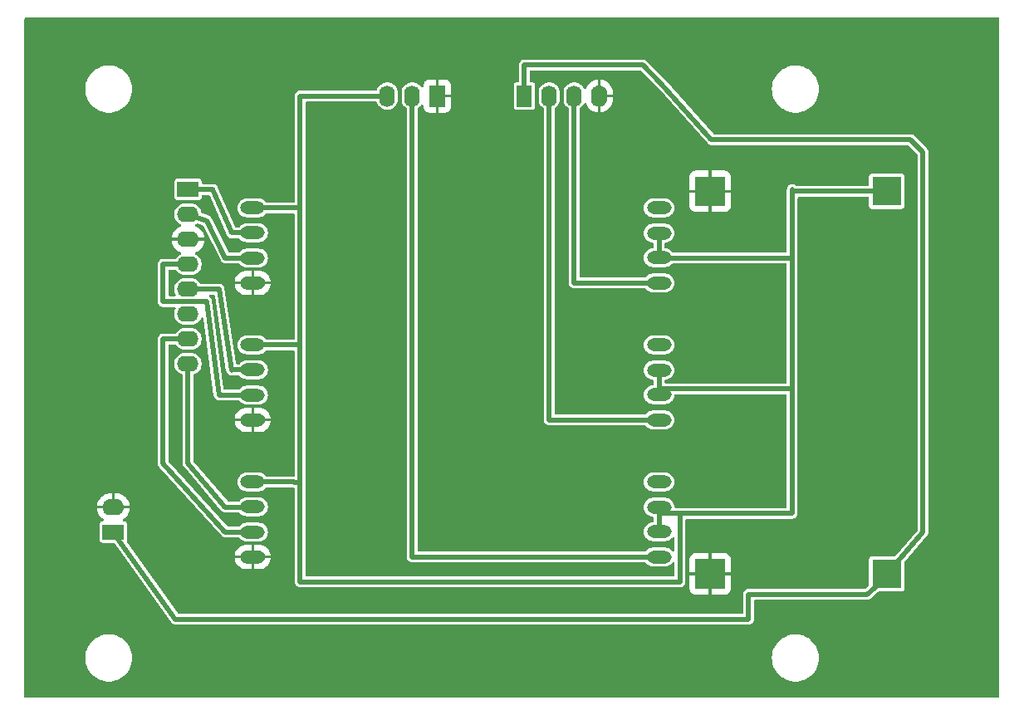
<source format=gbr>
G04 --- HEADER BEGIN --- *
G04 #@! TF.GenerationSoftware,LibrePCB,LibrePCB,1.1.0*
G04 #@! TF.CreationDate,2024-10-30T12:47:54*
G04 #@! TF.ProjectId,encoder diff driver board,5e1d4796-0e95-4f90-a33b-98ba50815d50,v1*
G04 #@! TF.Part,Single*
G04 #@! TF.SameCoordinates*
G04 #@! TF.FileFunction,Copper,L2,Bot*
G04 #@! TF.FilePolarity,Positive*
%FSLAX66Y66*%
%MOMM*%
G01*
G75*
G04 --- HEADER END --- *
G04 --- APERTURE LIST BEGIN --- *
G04 #@! TA.AperFunction,ComponentPad*
%ADD10O,2.5X1.3*%
%ADD11O,2.19X1.587*%
%ADD12R,2.19X1.587*%
%ADD13O,1.587X2.19*%
%ADD14R,1.587X2.19*%
%ADD15R,3.0X3.0*%
G04 #@! TA.AperFunction,Conductor*
%ADD16C,0.5*%
%ADD17C,0.01*%
G04 #@! TD*
G04 --- APERTURE LIST END --- *
G04 --- BOARD BEGIN --- *
D10*
G04 #@! TO.N,+5V*
G04 #@! TO.C,MODULE2*
G04 #@! TO.P,MODULE2,DE,DE*
X26444606Y-3800000D03*
G04 #@! TO.P,MODULE2,RE,RE*
X26444606Y-1280000D03*
G04 #@! TO.N,N/C*
G04 #@! TO.P,MODULE2,RO,RO*
X26444606Y1280000D03*
G04 #@! TO.N,B-*
G04 #@! TO.P,MODULE2,A,A*
X-14975394Y-3820000D03*
G04 #@! TO.N,GND*
G04 #@! TO.P,MODULE2,GND,GND*
X-14975394Y-6360000D03*
G04 #@! TO.N,B+*
G04 #@! TO.P,MODULE2,B,B*
X-14975394Y-1260000D03*
G04 #@! TO.N,ENC_B*
G04 #@! TO.P,MODULE2,DI,DI*
X26444606Y-6360000D03*
G04 #@! TO.N,+5V*
G04 #@! TO.P,MODULE2,VCC,VCC*
X-14975394Y1280000D03*
D11*
G04 #@! TO.N,Z+*
G04 #@! TO.C,J4*
G04 #@! TO.P,J4,8,8*
X-21570394Y-635000D03*
G04 #@! TO.N,B+*
G04 #@! TO.P,J4,5,5*
X-21570394Y6985000D03*
G04 #@! TO.N,N/C*
G04 #@! TO.P,J4,6,6*
X-21570394Y4445000D03*
D12*
G04 #@! TO.N,A-*
G04 #@! TO.P,J4,1,1*
X-21570394Y17145000D03*
D11*
G04 #@! TO.N,A+*
G04 #@! TO.P,J4,2,2*
X-21570394Y14605000D03*
G04 #@! TO.N,Z-*
G04 #@! TO.P,J4,7,7*
X-21570394Y1905000D03*
G04 #@! TO.N,GND*
G04 #@! TO.P,J4,3,3*
X-21570394Y12065000D03*
G04 #@! TO.N,B-*
G04 #@! TO.P,J4,4,4*
X-21570394Y9525000D03*
D13*
G04 #@! TO.N,ENC_B*
G04 #@! TO.C,J11*
G04 #@! TO.P,J11,2,2*
X15259606Y26670000D03*
G04 #@! TO.N,ENC_A*
G04 #@! TO.P,J11,3,3*
X17799606Y26670000D03*
G04 #@! TO.N,GND*
G04 #@! TO.P,J11,4,4*
X20339606Y26670000D03*
D14*
G04 #@! TO.N,+24V*
G04 #@! TO.P,J11,1,1*
X12719606Y26670000D03*
D10*
G04 #@! TO.N,+5V*
G04 #@! TO.C,MODULE3*
G04 #@! TO.P,MODULE3,DE,DE*
X26444606Y-17770000D03*
G04 #@! TO.P,MODULE3,RE,RE*
X26444606Y-15250000D03*
G04 #@! TO.N,N/C*
G04 #@! TO.P,MODULE3,RO,RO*
X26444606Y-12690000D03*
G04 #@! TO.N,Z-*
G04 #@! TO.P,MODULE3,A,A*
X-14975394Y-17790000D03*
G04 #@! TO.N,GND*
G04 #@! TO.P,MODULE3,GND,GND*
X-14975394Y-20330000D03*
G04 #@! TO.N,Z+*
G04 #@! TO.P,MODULE3,B,B*
X-14975394Y-15230000D03*
G04 #@! TO.N,ENC_Z*
G04 #@! TO.P,MODULE3,DI,DI*
X26444606Y-20330000D03*
G04 #@! TO.N,+5V*
G04 #@! TO.P,MODULE3,VCC,VCC*
X-14975394Y-12690000D03*
D15*
G04 #@! TO.C,DC1*
G04 #@! TO.P,DC1,VOUT,VOUT+*
X49659606Y16960000D03*
G04 #@! TO.N,GND*
G04 #@! TO.P,DC1,GNDIN,GND*
X31659606Y16960000D03*
G04 #@! TO.N,+24V*
G04 #@! TO.P,DC1,VIN,VIN+*
X49659606Y-22040000D03*
G04 #@! TO.N,GND*
G04 #@! TO.P,DC1,GNDIN,GND*
X31659606Y-22040000D03*
D13*
G04 #@! TO.N,+5V*
G04 #@! TO.C,J9*
G04 #@! TO.P,J9,3,3*
X-1250394Y26670000D03*
D14*
G04 #@! TO.N,GND*
G04 #@! TO.P,J9,1,1*
X3829606Y26670000D03*
D13*
G04 #@! TO.N,ENC_Z*
G04 #@! TO.P,J9,2,2*
X1289606Y26670000D03*
D10*
G04 #@! TO.N,+5V*
G04 #@! TO.C,MODULE1*
G04 #@! TO.P,MODULE1,DE,DE*
X26444606Y10170000D03*
G04 #@! TO.P,MODULE1,RE,RE*
X26444606Y12690000D03*
G04 #@! TO.N,N/C*
G04 #@! TO.P,MODULE1,RO,RO*
X26444606Y15250000D03*
G04 #@! TO.N,A+*
G04 #@! TO.P,MODULE1,A,A*
X-14975394Y10150000D03*
G04 #@! TO.N,GND*
G04 #@! TO.P,MODULE1,GND,GND*
X-14975394Y7610000D03*
G04 #@! TO.N,A-*
G04 #@! TO.P,MODULE1,B,B*
X-14975394Y12710000D03*
G04 #@! TO.N,ENC_A*
G04 #@! TO.P,MODULE1,DI,DI*
X26444606Y7610000D03*
G04 #@! TO.N,+5V*
G04 #@! TO.P,MODULE1,VCC,VCC*
X-14975394Y15250000D03*
D11*
G04 #@! TO.N,GND*
G04 #@! TO.C,J2*
G04 #@! TO.P,J2,2,2*
X-29190394Y-15240000D03*
D12*
G04 #@! TO.N,+24V*
G04 #@! TO.P,J2,1,1*
X-29190394Y-17780000D03*
D16*
G04 #@! TD.C*
G04 #@! TD.P*
G04 #@! TO.N,Z+*
X-17760394Y-15240000D02*
X-14975394Y-15240000D01*
X-14975394Y-15240000D02*
X-14975394Y-15230000D01*
X-21570394Y-10795000D02*
X-21570394Y-635000D01*
X-17760394Y-15240000D02*
X-21570394Y-10795000D01*
X-21570394Y-10795000D02*
X-21570394Y-10795000D01*
G04 #@! TO.N,ENC_B*
X15259606Y-6360000D02*
X15259606Y-6350000D01*
X15259606Y26670000D02*
X15259606Y-6350000D01*
X26444606Y-6360000D02*
X15259606Y-6360000D01*
G04 #@! TO.N,ENC_Z*
X1289606Y26670000D02*
X1289606Y-19685000D01*
X1289606Y-20330000D02*
X1289606Y-19685000D01*
X26444606Y-20330000D02*
X1289606Y-20330000D01*
G04 #@! TO.N,A+*
X-19665394Y13970000D02*
X-17760394Y10160000D01*
X-14975394Y10150000D02*
X-17760394Y10150000D01*
X-21570394Y14605000D02*
X-19665394Y13970000D01*
X-17760394Y10150000D02*
X-17760394Y10160000D01*
G04 #@! TO.N,+5V*
X40024606Y10160000D02*
X26444606Y10160000D01*
X-1250394Y26670000D02*
X-10140394Y26670000D01*
X49659606Y16960000D02*
X40024606Y16960000D01*
X40024606Y10160000D02*
X40024606Y17145000D01*
X-10140394Y-22860000D02*
X28594606Y-22860000D01*
X40024606Y-3175000D02*
X26444606Y-3175000D01*
X-10140394Y-12065000D02*
X-10140394Y1270000D01*
X28594606Y-15875000D02*
X28594606Y-22225000D01*
X28594606Y-22860000D02*
X28594606Y-22225000D01*
X-10140394Y-22860000D02*
X-10140394Y-12065000D01*
X40024606Y16960000D02*
X40024606Y17145000D01*
X-10140394Y15250000D02*
X-14975394Y15250000D01*
X26444606Y-3800000D02*
X26444606Y-1280000D01*
X-10775394Y-12700000D02*
X-10140394Y-12700000D01*
X26444606Y10160000D02*
X26444606Y10170000D01*
X-14975394Y-12690000D02*
X-10775394Y-12690000D01*
X28594606Y-15875000D02*
X26444606Y-15875000D01*
X40024606Y-3175000D02*
X40024606Y10160000D01*
X40024606Y-15875000D02*
X40024606Y-3175000D01*
X-10140394Y-12065000D02*
X-10140394Y-12700000D01*
X-10140394Y15250000D02*
X-10140394Y26670000D01*
X26444606Y-3175000D02*
X26444606Y-3800000D01*
X26444606Y10170000D02*
X26444606Y12690000D01*
X26444606Y-17770000D02*
X26444606Y-15250000D01*
X-14975394Y1280000D02*
X-10140394Y1280000D01*
X26444606Y-15875000D02*
X26444606Y-15250000D01*
X-10140394Y15250000D02*
X-10140394Y1270000D01*
X-10140394Y1280000D02*
X-10140394Y1270000D01*
X28594606Y-15875000D02*
X40024606Y-15875000D01*
X-10775394Y-12690000D02*
X-10775394Y-12700000D01*
G04 #@! TO.N,Z-*
X-17760394Y-17780000D02*
X-14975394Y-17780000D01*
X-17760394Y-17780000D02*
X-24110394Y-10795000D01*
X-24110394Y1905000D02*
X-21570394Y1905000D01*
X-24110394Y-10795000D02*
X-24110394Y-10795000D01*
X-14975394Y-17780000D02*
X-14975394Y-17790000D01*
X-24110394Y1905000D02*
X-24110394Y1905000D01*
X-24110394Y-10795000D02*
X-24110394Y1905000D01*
G04 #@! TO.N,B+*
X-21570394Y6985000D02*
X-21570394Y6985000D01*
X-17125394Y-1260000D02*
X-17125394Y-1270000D01*
X-14975394Y-1260000D02*
X-17125394Y-1260000D01*
X-18395394Y6985000D02*
X-17125394Y-1270000D01*
X-18395394Y6985000D02*
X-21570394Y6985000D01*
G04 #@! TO.N,GND*
X20339606Y26670000D02*
X20229606Y26670000D01*
G04 #@! TO.N,A-*
X-17125394Y12710000D02*
X-19030394Y17145000D01*
X-21570394Y17145000D02*
X-19030394Y17145000D01*
X-14975394Y12710000D02*
X-17125394Y12710000D01*
G04 #@! TO.N,ENC_A*
X17799606Y26670000D02*
X17799606Y8255000D01*
X26444606Y7610000D02*
X17799606Y7610000D01*
X17799606Y7610000D02*
X17799606Y8255000D01*
G04 #@! TO.N,B-*
X-14975394Y-3820000D02*
X-18395394Y-3820000D01*
X-24110394Y5715000D02*
X-19665394Y5715000D01*
X-18395394Y-3820000D02*
X-19665394Y5715000D01*
X-21570394Y9525000D02*
X-24110394Y9525000D01*
X-24110394Y9525000D02*
X-24110394Y5715000D01*
G04 #@! TO.N,+24V*
X47644606Y-24130000D02*
X48389606Y-23495000D01*
X48389606Y-23495000D02*
X49659606Y-22040000D01*
X24784606Y29845000D02*
X26689606Y27940000D01*
X31769606Y22225000D02*
X26689606Y27940000D01*
X-22840394Y-26670000D02*
X-29190394Y-17780000D01*
X12719606Y29845000D02*
X12719606Y26670000D01*
X50819606Y-20770000D02*
X53359606Y-17780000D01*
X31769606Y22225000D02*
X52089606Y22225000D01*
X52089606Y22225000D02*
X53359606Y20955000D01*
X12719606Y29845000D02*
X24784606Y29845000D01*
X35579606Y-24130000D02*
X35579606Y-26670000D01*
X47644606Y-24130000D02*
X35579606Y-24130000D01*
X35579606Y-26670000D02*
X-22840394Y-26670000D01*
X53359606Y-17780000D02*
X53359606Y20955000D01*
X49659606Y-22040000D02*
X50819606Y-20770000D01*
G04 #@! TO.N,GND*
X-14975394Y-6350000D02*
X-14975394Y-6360000D01*
D17*
G04 #@! TA.AperFunction,Conductor*
G36*
X-38250394Y-34550001D02*
X-38230727Y-34624252D01*
X-38176884Y-34679032D01*
X-38100395Y-34700000D01*
X-29801375Y-34700000D01*
X-29801375Y-33020264D01*
X-29810771Y-33019673D01*
X-30100433Y-32983080D01*
X-30109670Y-32981318D01*
X-30392468Y-32908709D01*
X-30401425Y-32905798D01*
X-30672877Y-32798322D01*
X-30681397Y-32794313D01*
X-30937249Y-32653657D01*
X-30945190Y-32648617D01*
X-31181397Y-32477003D01*
X-31188654Y-32471000D01*
X-31401477Y-32271145D01*
X-31407926Y-32264279D01*
X-31594022Y-32039327D01*
X-31599569Y-32031692D01*
X-31755999Y-31785198D01*
X-31760539Y-31776939D01*
X-31884849Y-31512769D01*
X-31888316Y-31504013D01*
X-31978537Y-31226341D01*
X-31980878Y-31217220D01*
X-32035586Y-30930431D01*
X-32036765Y-30921097D01*
X-32055098Y-30629705D01*
X-32055098Y-30620295D01*
X-32036765Y-30328903D01*
X-32035586Y-30319569D01*
X-31980878Y-30032780D01*
X-31978537Y-30023659D01*
X-31888316Y-29745987D01*
X-31884849Y-29737231D01*
X-31760539Y-29473061D01*
X-31755999Y-29464802D01*
X-31599569Y-29218308D01*
X-31594022Y-29210673D01*
X-31407926Y-28985721D01*
X-31401477Y-28978855D01*
X-31188654Y-28779000D01*
X-31181397Y-28772997D01*
X-30945190Y-28601383D01*
X-30937249Y-28596343D01*
X-30681397Y-28455687D01*
X-30672877Y-28451678D01*
X-30401425Y-28344202D01*
X-30392468Y-28341291D01*
X-30109670Y-28268682D01*
X-30100433Y-28266920D01*
X-29810771Y-28230327D01*
X-29801375Y-28229736D01*
X-29509413Y-28229736D01*
X-29500017Y-28230327D01*
X-29210355Y-28266920D01*
X-29201118Y-28268682D01*
X-28918320Y-28341291D01*
X-28909363Y-28344202D01*
X-28637911Y-28451678D01*
X-28629391Y-28455687D01*
X-28373539Y-28596343D01*
X-28365598Y-28601383D01*
X-28129391Y-28772997D01*
X-28122134Y-28779000D01*
X-27909311Y-28978855D01*
X-27902862Y-28985721D01*
X-27716766Y-29210673D01*
X-27711219Y-29218308D01*
X-27554789Y-29464802D01*
X-27550249Y-29473061D01*
X-27425939Y-29737231D01*
X-27422472Y-29745987D01*
X-27332251Y-30023659D01*
X-27329910Y-30032780D01*
X-27275202Y-30319569D01*
X-27274023Y-30328903D01*
X-27255690Y-30620295D01*
X-27255690Y-30629705D01*
X-27274023Y-30921097D01*
X-27275202Y-30930431D01*
X-27329910Y-31217220D01*
X-27332251Y-31226341D01*
X-27422472Y-31504013D01*
X-27425939Y-31512769D01*
X-27550249Y-31776939D01*
X-27554789Y-31785198D01*
X-27711219Y-32031692D01*
X-27716766Y-32039327D01*
X-27902862Y-32264279D01*
X-27909311Y-32271145D01*
X-28122134Y-32471000D01*
X-28129391Y-32477003D01*
X-28365598Y-32648617D01*
X-28373539Y-32653657D01*
X-28629391Y-32794313D01*
X-28637911Y-32798322D01*
X-28909363Y-32905798D01*
X-28918320Y-32908709D01*
X-29201118Y-32981318D01*
X-29210355Y-32983080D01*
X-29500017Y-33019673D01*
X-29509413Y-33020264D01*
X-29801375Y-33020264D01*
X-29801375Y-34700000D01*
X-22835483Y-34700000D01*
X-22835483Y-27220000D01*
X-22845266Y-27219359D01*
X-22878228Y-27215020D01*
X-22892664Y-27213825D01*
X-22920992Y-27212854D01*
X-22940218Y-27209649D01*
X-22944442Y-27208361D01*
X-22968632Y-27203117D01*
X-22972998Y-27202542D01*
X-22991827Y-27197497D01*
X-23017985Y-27186662D01*
X-23031625Y-27181769D01*
X-23058743Y-27173498D01*
X-23076489Y-27165424D01*
X-23080238Y-27163085D01*
X-23102248Y-27151758D01*
X-23106315Y-27150074D01*
X-23123198Y-27140326D01*
X-23145668Y-27123085D01*
X-23157577Y-27114829D01*
X-23181618Y-27099828D01*
X-23196667Y-27087440D01*
X-23199688Y-27084205D01*
X-23218007Y-27067577D01*
X-23221506Y-27064892D01*
X-23235287Y-27051111D01*
X-23252536Y-27028632D01*
X-23261900Y-27017577D01*
X-23284602Y-26993264D01*
X-23290804Y-26985682D01*
X-29040352Y-18936314D01*
X-29099513Y-18887325D01*
X-29162411Y-18873500D01*
X-30279506Y-18873500D01*
X-30291211Y-18872579D01*
X-30366435Y-18860664D01*
X-30388621Y-18853456D01*
X-30451211Y-18821565D01*
X-30470079Y-18807856D01*
X-30519750Y-18758185D01*
X-30533459Y-18739317D01*
X-30565350Y-18676727D01*
X-30572558Y-18654541D01*
X-30584473Y-18579317D01*
X-30585394Y-18567612D01*
X-30585394Y-16992388D01*
X-30584473Y-16980683D01*
X-30572558Y-16905459D01*
X-30565350Y-16883273D01*
X-30533459Y-16820683D01*
X-30519750Y-16801815D01*
X-30470079Y-16752144D01*
X-30451211Y-16738435D01*
X-30388621Y-16706544D01*
X-30366435Y-16699336D01*
X-30292706Y-16687658D01*
X-30222446Y-16656618D01*
X-30176763Y-16594869D01*
X-30167636Y-16518602D01*
X-30197458Y-16447816D01*
X-30234129Y-16413932D01*
X-30342605Y-16343061D01*
X-30352365Y-16335464D01*
X-30512560Y-16187994D01*
X-30520936Y-16178895D01*
X-30654670Y-16007074D01*
X-30661440Y-15996711D01*
X-30765069Y-15805223D01*
X-30770040Y-15793892D01*
X-30840738Y-15587954D01*
X-30843775Y-15575960D01*
X-30871591Y-15409268D01*
X-30870546Y-15398143D01*
X-30855276Y-15392564D01*
X-30855276Y-15089995D01*
X-30866076Y-15087134D01*
X-30870437Y-15063817D01*
X-30843775Y-14904040D01*
X-30840738Y-14892046D01*
X-30770040Y-14686108D01*
X-30765069Y-14674777D01*
X-30661440Y-14483289D01*
X-30654670Y-14472926D01*
X-30520936Y-14301105D01*
X-30512560Y-14292006D01*
X-30352365Y-14144536D01*
X-30342605Y-14136939D01*
X-30160316Y-14017843D01*
X-30149451Y-14011963D01*
X-29950040Y-13924494D01*
X-29938355Y-13920483D01*
X-29801375Y-13885794D01*
X-29801375Y24979736D01*
X-29810771Y24980327D01*
X-30100433Y25016920D01*
X-30109670Y25018682D01*
X-30392468Y25091291D01*
X-30401425Y25094202D01*
X-30672877Y25201678D01*
X-30681397Y25205687D01*
X-30937249Y25346343D01*
X-30945190Y25351383D01*
X-31181397Y25522997D01*
X-31188654Y25529000D01*
X-31401477Y25728855D01*
X-31407926Y25735721D01*
X-31594022Y25960673D01*
X-31599569Y25968308D01*
X-31755999Y26214802D01*
X-31760539Y26223061D01*
X-31884849Y26487231D01*
X-31888316Y26495987D01*
X-31978537Y26773659D01*
X-31980878Y26782780D01*
X-32035586Y27069569D01*
X-32036765Y27078903D01*
X-32055098Y27370295D01*
X-32055098Y27379705D01*
X-32036765Y27671097D01*
X-32035586Y27680431D01*
X-31980878Y27967220D01*
X-31978537Y27976341D01*
X-31888316Y28254013D01*
X-31884849Y28262769D01*
X-31760539Y28526939D01*
X-31755999Y28535198D01*
X-31599569Y28781692D01*
X-31594022Y28789327D01*
X-31407926Y29014279D01*
X-31401477Y29021145D01*
X-31188654Y29221000D01*
X-31181397Y29227003D01*
X-30945190Y29398617D01*
X-30937249Y29403657D01*
X-30681397Y29544313D01*
X-30672877Y29548322D01*
X-30401425Y29655798D01*
X-30392468Y29658709D01*
X-30109670Y29731318D01*
X-30100433Y29733080D01*
X-29810771Y29769673D01*
X-29801375Y29770264D01*
X-29509413Y29770264D01*
X-29500017Y29769673D01*
X-29210355Y29733080D01*
X-29201118Y29731318D01*
X-28918320Y29658709D01*
X-28909363Y29655798D01*
X-28637911Y29548322D01*
X-28629391Y29544313D01*
X-28373539Y29403657D01*
X-28365598Y29398617D01*
X-28129391Y29227003D01*
X-28122134Y29221000D01*
X-27909311Y29021145D01*
X-27902862Y29014279D01*
X-27716766Y28789327D01*
X-27711219Y28781692D01*
X-27554789Y28535198D01*
X-27550249Y28526939D01*
X-27425939Y28262769D01*
X-27422472Y28254013D01*
X-27332251Y27976341D01*
X-27329910Y27967220D01*
X-27275202Y27680431D01*
X-27274023Y27671097D01*
X-27255690Y27379705D01*
X-27255690Y27370295D01*
X-27274023Y27078903D01*
X-27275202Y27069569D01*
X-27329910Y26782780D01*
X-27332251Y26773659D01*
X-27422472Y26495987D01*
X-27425939Y26487231D01*
X-27550249Y26223061D01*
X-27554789Y26214802D01*
X-27711219Y25968308D01*
X-27716766Y25960673D01*
X-27902862Y25735721D01*
X-27909311Y25728855D01*
X-28122134Y25529000D01*
X-28129391Y25522997D01*
X-28365598Y25351383D01*
X-28373539Y25346343D01*
X-28629391Y25205687D01*
X-28637911Y25201678D01*
X-28909363Y25094202D01*
X-28918320Y25091291D01*
X-29201118Y25018682D01*
X-29210355Y25016920D01*
X-29500017Y24980327D01*
X-29509413Y24979736D01*
X-29801375Y24979736D01*
X-29801375Y-13885794D01*
X-29727272Y-13867029D01*
X-29715076Y-13864994D01*
X-29494978Y-13846756D01*
X-29488796Y-13846500D01*
X-29359928Y-13846500D01*
X-29344837Y-13850497D01*
X-29340399Y-13866687D01*
X-29340399Y-14446500D01*
X-29491894Y-14446500D01*
X-29668464Y-14466395D01*
X-29836181Y-14525081D01*
X-29986633Y-14619617D01*
X-30112277Y-14745261D01*
X-30206813Y-14895713D01*
X-30265499Y-15063430D01*
X-30268492Y-15089995D01*
X-30855276Y-15089995D01*
X-30855276Y-15392564D01*
X-30848268Y-15390005D01*
X-30268492Y-15390005D01*
X-30265499Y-15416570D01*
X-30206813Y-15584287D01*
X-30112277Y-15734739D01*
X-29986633Y-15860383D01*
X-29836181Y-15954919D01*
X-29668464Y-16013605D01*
X-29491894Y-16033500D01*
X-28888894Y-16033500D01*
X-28712324Y-16013605D01*
X-28544607Y-15954919D01*
X-28394155Y-15860383D01*
X-28268511Y-15734739D01*
X-28173975Y-15584287D01*
X-28115289Y-15416570D01*
X-28112296Y-15390005D01*
X-28112296Y-15089995D01*
X-28115289Y-15063430D01*
X-28173975Y-14895713D01*
X-28268511Y-14745261D01*
X-28394155Y-14619617D01*
X-28544607Y-14525081D01*
X-28712324Y-14466395D01*
X-28888894Y-14446500D01*
X-29040389Y-14446500D01*
X-29040389Y-13866029D01*
X-29036392Y-13850938D01*
X-29020202Y-13846500D01*
X-28891992Y-13846500D01*
X-28885810Y-13846756D01*
X-28665712Y-13864994D01*
X-28653516Y-13867029D01*
X-28442433Y-13920483D01*
X-28430748Y-13924494D01*
X-28231337Y-14011963D01*
X-28220472Y-14017843D01*
X-28038183Y-14136939D01*
X-28028423Y-14144536D01*
X-27868228Y-14292006D01*
X-27859852Y-14301105D01*
X-27726118Y-14472926D01*
X-27719348Y-14483289D01*
X-27615719Y-14674777D01*
X-27610748Y-14686108D01*
X-27540050Y-14892046D01*
X-27537013Y-14904040D01*
X-27509197Y-15070732D01*
X-27510242Y-15081857D01*
X-27532520Y-15089995D01*
X-28112296Y-15089995D01*
X-28112296Y-15390005D01*
X-27525512Y-15390005D01*
X-27514712Y-15392866D01*
X-27510351Y-15416183D01*
X-27537013Y-15575960D01*
X-27540050Y-15587954D01*
X-27610748Y-15793892D01*
X-27615719Y-15805223D01*
X-27719348Y-15996711D01*
X-27726118Y-16007074D01*
X-27859852Y-16178895D01*
X-27868228Y-16187994D01*
X-28028423Y-16335464D01*
X-28038183Y-16343061D01*
X-28146659Y-16413932D01*
X-28198063Y-16471008D01*
X-28214473Y-16546046D01*
X-28191588Y-16619368D01*
X-28135408Y-16671749D01*
X-28088082Y-16687658D01*
X-28014353Y-16699336D01*
X-27992167Y-16706544D01*
X-27929577Y-16738435D01*
X-27910709Y-16752144D01*
X-27861038Y-16801815D01*
X-27847329Y-16820683D01*
X-27815438Y-16883273D01*
X-27808230Y-16905459D01*
X-27796315Y-16980683D01*
X-27795394Y-16992388D01*
X-27795394Y-18567612D01*
X-27796315Y-18579317D01*
X-27808230Y-18654542D01*
X-27810358Y-18661092D01*
X-27814600Y-18737786D01*
X-27789760Y-18794631D01*
X-22602222Y-26057186D01*
X-22543061Y-26106175D01*
X-22480163Y-26120000D01*
X-15572123Y-26120000D01*
X-15572123Y-21580000D01*
X-15578655Y-21579715D01*
X-15785923Y-21561581D01*
X-15798784Y-21559314D01*
X-15996591Y-21506312D01*
X-16008859Y-21501846D01*
X-16194459Y-21415299D01*
X-16205756Y-21408777D01*
X-16373513Y-21291314D01*
X-16383514Y-21282921D01*
X-16528315Y-21138120D01*
X-16536708Y-21128119D01*
X-16654171Y-20960362D01*
X-16660693Y-20949065D01*
X-16747240Y-20763465D01*
X-16751706Y-20751197D01*
X-16804708Y-20553389D01*
X-16806975Y-20540530D01*
X-16810568Y-20499459D01*
X-16808285Y-20486292D01*
X-16792741Y-20481291D01*
X-16792741Y-20179995D01*
X-16805660Y-20176573D01*
X-16810219Y-20156555D01*
X-16806975Y-20119470D01*
X-16804708Y-20106611D01*
X-16751706Y-19908803D01*
X-16747240Y-19896535D01*
X-16660693Y-19710935D01*
X-16654171Y-19699638D01*
X-16536708Y-19531881D01*
X-16528315Y-19521880D01*
X-16383514Y-19377079D01*
X-16373513Y-19368686D01*
X-16205756Y-19251223D01*
X-16194459Y-19244701D01*
X-16008859Y-19158154D01*
X-15996591Y-19153688D01*
X-15798784Y-19100686D01*
X-15785923Y-19098419D01*
X-15578655Y-19080285D01*
X-15572123Y-19080000D01*
X-15571723Y-19080000D01*
X-15571723Y-18740000D01*
X-15579045Y-18739640D01*
X-15753402Y-18722468D01*
X-15767778Y-18719608D01*
X-15931889Y-18669826D01*
X-15945444Y-18664211D01*
X-16096681Y-18583373D01*
X-16108887Y-18575217D01*
X-16241451Y-18466424D01*
X-16251818Y-18456057D01*
X-16310265Y-18384840D01*
X-16372572Y-18339920D01*
X-16426215Y-18330000D01*
X-17755476Y-18330000D01*
X-17770163Y-18329037D01*
X-17770164Y-18329055D01*
X-17774537Y-18328663D01*
X-17796228Y-18327631D01*
X-17840891Y-18319573D01*
X-17847946Y-18318473D01*
X-17892998Y-18312542D01*
X-17913994Y-18306916D01*
X-17915038Y-18306682D01*
X-17916033Y-18306318D01*
X-17936746Y-18299697D01*
X-17977826Y-18280343D01*
X-17984355Y-18277455D01*
X-18026306Y-18260079D01*
X-18045145Y-18249202D01*
X-18046088Y-18248709D01*
X-18046947Y-18248105D01*
X-18065243Y-18236347D01*
X-18099906Y-18207026D01*
X-18105466Y-18202545D01*
X-18141508Y-18174890D01*
X-18156882Y-18159516D01*
X-18160086Y-18156568D01*
X-18160074Y-18156555D01*
X-18170668Y-18146332D01*
X-24514061Y-11168600D01*
X-24520162Y-11160937D01*
X-24548867Y-11119595D01*
X-24553076Y-11113830D01*
X-24580724Y-11077799D01*
X-24591605Y-11058953D01*
X-24592165Y-11058070D01*
X-24592612Y-11057107D01*
X-24602574Y-11037784D01*
X-24617939Y-10995044D01*
X-24620512Y-10988388D01*
X-24637892Y-10946429D01*
X-24643519Y-10925430D01*
X-24643836Y-10924416D01*
X-24644017Y-10923380D01*
X-24648640Y-10902129D01*
X-24652418Y-10856883D01*
X-24653181Y-10849786D01*
X-24659753Y-10799865D01*
X-24660394Y-10790089D01*
X-24660394Y1900091D01*
X-24659753Y1909865D01*
X-24642937Y2037601D01*
X-24637889Y2056436D01*
X-24590471Y2170916D01*
X-24580721Y2187802D01*
X-24505289Y2286108D01*
X-24491502Y2299895D01*
X-24393196Y2375327D01*
X-24376310Y2385077D01*
X-24261830Y2432495D01*
X-24242995Y2437543D01*
X-24115259Y2454359D01*
X-24105485Y2455000D01*
X-22895553Y2455000D01*
X-22821302Y2474667D01*
X-22768021Y2526035D01*
X-22748178Y2558083D01*
X-22739851Y2569109D01*
X-22613250Y2707984D01*
X-22603051Y2717281D01*
X-22453075Y2830538D01*
X-22441347Y2837800D01*
X-22273116Y2921569D01*
X-22260245Y2926555D01*
X-22079492Y2977984D01*
X-22065920Y2980521D01*
X-21875350Y2998180D01*
X-21868425Y2998500D01*
X-21272363Y2998500D01*
X-21265438Y2998180D01*
X-21074868Y2980521D01*
X-21061296Y2977984D01*
X-20880543Y2926555D01*
X-20867672Y2921569D01*
X-20699441Y2837800D01*
X-20687713Y2830538D01*
X-20537737Y2717281D01*
X-20527538Y2707984D01*
X-20400937Y2569109D01*
X-20392610Y2558083D01*
X-20293684Y2398312D01*
X-20287528Y2385948D01*
X-20219642Y2210714D01*
X-20215864Y2197435D01*
X-20181333Y2012710D01*
X-20180059Y1998962D01*
X-20180059Y1811038D01*
X-20181333Y1797290D01*
X-20215864Y1612565D01*
X-20219642Y1599286D01*
X-20287528Y1424052D01*
X-20293684Y1411688D01*
X-20392610Y1251917D01*
X-20400937Y1240891D01*
X-20527538Y1102016D01*
X-20537737Y1092719D01*
X-20687713Y979462D01*
X-20699441Y972200D01*
X-20867672Y888431D01*
X-20880543Y883445D01*
X-21061296Y832016D01*
X-21074868Y829479D01*
X-21265438Y811820D01*
X-21272363Y811500D01*
X-21868425Y811500D01*
X-21875350Y811820D01*
X-22065920Y829479D01*
X-22079492Y832016D01*
X-22260245Y883445D01*
X-22273116Y888431D01*
X-22441347Y972200D01*
X-22453075Y979462D01*
X-22603051Y1092719D01*
X-22613250Y1102016D01*
X-22739851Y1240891D01*
X-22748178Y1251917D01*
X-22768021Y1283965D01*
X-22823830Y1336741D01*
X-22895553Y1355000D01*
X-23410395Y1355000D01*
X-23484646Y1335333D01*
X-23539426Y1281490D01*
X-23560394Y1205001D01*
X-23560394Y-10524376D01*
X-23521385Y-10625276D01*
X-17561726Y-17180901D01*
X-17497228Y-17222613D01*
X-17450736Y-17230000D01*
X-16409802Y-17230000D01*
X-16335551Y-17210333D01*
X-16293852Y-17175160D01*
X-16251825Y-17123950D01*
X-16241447Y-17113573D01*
X-16108887Y-17004783D01*
X-16096681Y-16996627D01*
X-15945444Y-16915789D01*
X-15931889Y-16910174D01*
X-15767778Y-16860392D01*
X-15753402Y-16857532D01*
X-15579045Y-16840360D01*
X-15571723Y-16840000D01*
X-15571723Y-16180000D01*
X-15579045Y-16179640D01*
X-15753402Y-16162468D01*
X-15767778Y-16159608D01*
X-15931889Y-16109826D01*
X-15945444Y-16104211D01*
X-16096681Y-16023373D01*
X-16108887Y-16015217D01*
X-16241447Y-15906427D01*
X-16251825Y-15896050D01*
X-16293852Y-15844840D01*
X-16356158Y-15799920D01*
X-16409802Y-15790000D01*
X-17755485Y-15790000D01*
X-17765258Y-15789360D01*
X-17767609Y-15789050D01*
X-17786624Y-15788320D01*
X-17812194Y-15786353D01*
X-17846688Y-15779085D01*
X-17858036Y-15777145D01*
X-17892998Y-15772542D01*
X-17917764Y-15765906D01*
X-17927665Y-15762841D01*
X-17951839Y-15754328D01*
X-17983278Y-15738380D01*
X-17993735Y-15733570D01*
X-18026311Y-15720076D01*
X-18048519Y-15707255D01*
X-18057273Y-15701742D01*
X-18078433Y-15687254D01*
X-18104670Y-15663714D01*
X-18113529Y-15656360D01*
X-18141503Y-15634895D01*
X-18159619Y-15616779D01*
X-18172579Y-15602784D01*
X-18174334Y-15601209D01*
X-18181180Y-15594207D01*
X-21984791Y-11156662D01*
X-21990672Y-11148816D01*
X-22012611Y-11115163D01*
X-22019263Y-11105767D01*
X-22040724Y-11077798D01*
X-22053550Y-11055583D01*
X-22058364Y-11046453D01*
X-22069451Y-11023313D01*
X-22080404Y-10989806D01*
X-22084398Y-10979009D01*
X-22097890Y-10946437D01*
X-22104527Y-10921666D01*
X-22106827Y-10911543D01*
X-22111538Y-10886370D01*
X-22113445Y-10851172D01*
X-22114508Y-10839709D01*
X-22119753Y-10799865D01*
X-22120394Y-10790091D01*
X-22120394Y-1809620D01*
X-22140061Y-1735369D01*
X-22229344Y-1665347D01*
X-22260245Y-1656555D01*
X-22273116Y-1651569D01*
X-22441347Y-1567800D01*
X-22453075Y-1560538D01*
X-22603051Y-1447281D01*
X-22613250Y-1437984D01*
X-22739851Y-1299109D01*
X-22748178Y-1288083D01*
X-22847104Y-1128312D01*
X-22853260Y-1115948D01*
X-22921146Y-940714D01*
X-22924924Y-927435D01*
X-22959455Y-742710D01*
X-22960729Y-728962D01*
X-22960729Y-541038D01*
X-22959455Y-527290D01*
X-22924924Y-342565D01*
X-22921146Y-329286D01*
X-22853260Y-154052D01*
X-22847104Y-141688D01*
X-22748178Y18083D01*
X-22739851Y29109D01*
X-22613250Y167984D01*
X-22603051Y177281D01*
X-22453075Y290538D01*
X-22441347Y297800D01*
X-22273116Y381569D01*
X-22260245Y386555D01*
X-22079492Y437984D01*
X-22065920Y440521D01*
X-21875350Y458180D01*
X-21868425Y458500D01*
X-21272363Y458500D01*
X-21265438Y458180D01*
X-21074868Y440521D01*
X-21061296Y437984D01*
X-20880543Y386555D01*
X-20867672Y381569D01*
X-20699441Y297800D01*
X-20687713Y290538D01*
X-20537737Y177281D01*
X-20527538Y167984D01*
X-20400937Y29109D01*
X-20392610Y18083D01*
X-20293684Y-141688D01*
X-20287528Y-154052D01*
X-20219642Y-329286D01*
X-20215864Y-342565D01*
X-20181333Y-527290D01*
X-20180059Y-541038D01*
X-20180059Y-728962D01*
X-20181333Y-742710D01*
X-20215864Y-927435D01*
X-20219642Y-940714D01*
X-20287528Y-1115948D01*
X-20293684Y-1128312D01*
X-20392610Y-1288083D01*
X-20400937Y-1299109D01*
X-20527538Y-1437984D01*
X-20537737Y-1447281D01*
X-20687713Y-1560538D01*
X-20699441Y-1567800D01*
X-20867672Y-1651569D01*
X-20880543Y-1656555D01*
X-20911444Y-1665347D01*
X-20977478Y-1704583D01*
X-21020394Y-1809620D01*
X-21020394Y-10536053D01*
X-20984283Y-10633671D01*
X-17552327Y-14637619D01*
X-17489073Y-14681196D01*
X-17438439Y-14690000D01*
X-16426215Y-14690000D01*
X-16351964Y-14670333D01*
X-16310265Y-14635160D01*
X-16251818Y-14563943D01*
X-16241451Y-14553576D01*
X-16108887Y-14444783D01*
X-16096681Y-14436627D01*
X-15945444Y-14355789D01*
X-15931889Y-14350174D01*
X-15767778Y-14300392D01*
X-15753402Y-14297532D01*
X-15579045Y-14280360D01*
X-15571723Y-14280000D01*
X-14379065Y-14280000D01*
X-14371743Y-14280360D01*
X-14197386Y-14297532D01*
X-14183010Y-14300392D01*
X-14018899Y-14350174D01*
X-14005344Y-14355789D01*
X-13854107Y-14436627D01*
X-13841901Y-14444783D01*
X-13709337Y-14553576D01*
X-13698970Y-14563943D01*
X-13590177Y-14696507D01*
X-13582021Y-14708713D01*
X-13501183Y-14859950D01*
X-13495568Y-14873505D01*
X-13445786Y-15037616D01*
X-13442926Y-15051992D01*
X-13426116Y-15222669D01*
X-13426116Y-15237331D01*
X-13442926Y-15408008D01*
X-13445786Y-15422384D01*
X-13495568Y-15586495D01*
X-13501183Y-15600050D01*
X-13582021Y-15751287D01*
X-13590177Y-15763493D01*
X-13698970Y-15896057D01*
X-13709337Y-15906424D01*
X-13841901Y-16015217D01*
X-13854107Y-16023373D01*
X-14005344Y-16104211D01*
X-14018899Y-16109826D01*
X-14183010Y-16159608D01*
X-14197386Y-16162468D01*
X-14371743Y-16179640D01*
X-14379065Y-16180000D01*
X-15571723Y-16180000D01*
X-15571723Y-16840000D01*
X-14379065Y-16840000D01*
X-14371743Y-16840360D01*
X-14197386Y-16857532D01*
X-14183010Y-16860392D01*
X-14018899Y-16910174D01*
X-14005344Y-16915789D01*
X-13854107Y-16996627D01*
X-13841901Y-17004783D01*
X-13709337Y-17113576D01*
X-13698970Y-17123943D01*
X-13590177Y-17256507D01*
X-13582021Y-17268713D01*
X-13501183Y-17419950D01*
X-13495568Y-17433505D01*
X-13445786Y-17597616D01*
X-13442926Y-17611992D01*
X-13426116Y-17782669D01*
X-13426116Y-17797331D01*
X-13442926Y-17968008D01*
X-13445786Y-17982384D01*
X-13495568Y-18146495D01*
X-13501183Y-18160050D01*
X-13582021Y-18311287D01*
X-13590177Y-18323493D01*
X-13698970Y-18456057D01*
X-13709337Y-18466424D01*
X-13841901Y-18575217D01*
X-13854107Y-18583373D01*
X-14005344Y-18664211D01*
X-14018899Y-18669826D01*
X-14183010Y-18719608D01*
X-14197386Y-18722468D01*
X-14371743Y-18739640D01*
X-14379065Y-18740000D01*
X-15571723Y-18740000D01*
X-15571723Y-19080000D01*
X-15144928Y-19080000D01*
X-15129837Y-19083997D01*
X-15125399Y-19100187D01*
X-15125399Y-19680000D01*
X-15575394Y-19680000D01*
X-15730949Y-19698888D01*
X-15877464Y-19754454D01*
X-16006424Y-19843468D01*
X-16110334Y-19960758D01*
X-16183155Y-20099507D01*
X-16202993Y-20179995D01*
X-16792741Y-20179995D01*
X-16792741Y-20481291D01*
X-16788740Y-20480005D01*
X-16202993Y-20480005D01*
X-16183155Y-20560493D01*
X-16110334Y-20699242D01*
X-16006424Y-20816532D01*
X-15877464Y-20905546D01*
X-15730949Y-20961112D01*
X-15575394Y-20980000D01*
X-15125399Y-20980000D01*
X-15125399Y-21560471D01*
X-15129396Y-21575562D01*
X-15145586Y-21580000D01*
X-15572123Y-21580000D01*
X-15572123Y-26120000D01*
X-14805860Y-26120000D01*
X-14805860Y-21580000D01*
X-14820951Y-21576003D01*
X-14825389Y-21559813D01*
X-14825389Y-20980000D01*
X-14375394Y-20980000D01*
X-14219839Y-20961112D01*
X-14073324Y-20905546D01*
X-13944364Y-20816532D01*
X-13840454Y-20699242D01*
X-13767633Y-20560493D01*
X-13747795Y-20480005D01*
X-13747795Y-20179995D01*
X-13767633Y-20099507D01*
X-13840454Y-19960758D01*
X-13944364Y-19843468D01*
X-14073324Y-19754454D01*
X-14219839Y-19698888D01*
X-14375394Y-19680000D01*
X-14825389Y-19680000D01*
X-14825389Y-19099529D01*
X-14821392Y-19084438D01*
X-14805202Y-19080000D01*
X-14378665Y-19080000D01*
X-14372133Y-19080285D01*
X-14164865Y-19098419D01*
X-14152004Y-19100686D01*
X-13954197Y-19153688D01*
X-13941929Y-19158154D01*
X-13756329Y-19244701D01*
X-13745032Y-19251223D01*
X-13577275Y-19368686D01*
X-13567274Y-19377079D01*
X-13422473Y-19521880D01*
X-13414080Y-19531881D01*
X-13296617Y-19699638D01*
X-13290095Y-19710935D01*
X-13203548Y-19896535D01*
X-13199082Y-19908803D01*
X-13146080Y-20106611D01*
X-13143813Y-20119470D01*
X-13140220Y-20160541D01*
X-13142503Y-20173708D01*
X-13162048Y-20179995D01*
X-13747795Y-20179995D01*
X-13747795Y-20480005D01*
X-13158047Y-20480005D01*
X-13145128Y-20483427D01*
X-13140569Y-20503445D01*
X-13143813Y-20540530D01*
X-13146080Y-20553389D01*
X-13199082Y-20751197D01*
X-13203548Y-20763465D01*
X-13290095Y-20949065D01*
X-13296617Y-20960362D01*
X-13414080Y-21128119D01*
X-13422473Y-21138120D01*
X-13567274Y-21282921D01*
X-13577275Y-21291314D01*
X-13745032Y-21408777D01*
X-13756329Y-21415299D01*
X-13941929Y-21501846D01*
X-13954197Y-21506312D01*
X-14152004Y-21559314D01*
X-14164865Y-21561581D01*
X-14372133Y-21579715D01*
X-14378665Y-21580000D01*
X-14805860Y-21580000D01*
X-14805860Y-26120000D01*
X-10135485Y-26120000D01*
X-10135485Y-23410000D01*
X-10145259Y-23409359D01*
X-10272995Y-23392543D01*
X-10291830Y-23387495D01*
X-10406310Y-23340077D01*
X-10423196Y-23330327D01*
X-10521502Y-23254895D01*
X-10535289Y-23241108D01*
X-10610721Y-23142802D01*
X-10620471Y-23125916D01*
X-10667889Y-23011436D01*
X-10672937Y-22992601D01*
X-10689753Y-22864865D01*
X-10690394Y-22855091D01*
X-10690394Y-13392736D01*
X-10710061Y-13318485D01*
X-10763904Y-13263705D01*
X-10820816Y-13244020D01*
X-10841607Y-13241283D01*
X-10861184Y-13240000D01*
X-13532779Y-13240000D01*
X-13607030Y-13259667D01*
X-13648729Y-13294840D01*
X-13698963Y-13356050D01*
X-13709341Y-13366427D01*
X-13841901Y-13475217D01*
X-13854107Y-13483373D01*
X-14005344Y-13564211D01*
X-14018899Y-13569826D01*
X-14183010Y-13619608D01*
X-14197386Y-13622468D01*
X-14371743Y-13639640D01*
X-14379065Y-13640000D01*
X-15571723Y-13640000D01*
X-15579045Y-13639640D01*
X-15753402Y-13622468D01*
X-15767778Y-13619608D01*
X-15931889Y-13569826D01*
X-15945444Y-13564211D01*
X-16096681Y-13483373D01*
X-16108887Y-13475217D01*
X-16241451Y-13366424D01*
X-16251818Y-13356057D01*
X-16360611Y-13223493D01*
X-16368767Y-13211287D01*
X-16449605Y-13060050D01*
X-16455220Y-13046495D01*
X-16505002Y-12882384D01*
X-16507862Y-12868008D01*
X-16524672Y-12697331D01*
X-16524672Y-12682669D01*
X-16507862Y-12511992D01*
X-16505002Y-12497616D01*
X-16455220Y-12333505D01*
X-16449605Y-12319950D01*
X-16368767Y-12168713D01*
X-16360611Y-12156507D01*
X-16251818Y-12023943D01*
X-16241451Y-12013576D01*
X-16108887Y-11904783D01*
X-16096681Y-11896627D01*
X-15945444Y-11815789D01*
X-15931889Y-11810174D01*
X-15767778Y-11760392D01*
X-15753402Y-11757532D01*
X-15579045Y-11740360D01*
X-15572123Y-11740019D01*
X-15572123Y-7610000D01*
X-15578655Y-7609715D01*
X-15785923Y-7591581D01*
X-15798784Y-7589314D01*
X-15996591Y-7536312D01*
X-16008859Y-7531846D01*
X-16194459Y-7445299D01*
X-16205756Y-7438777D01*
X-16373513Y-7321314D01*
X-16383514Y-7312921D01*
X-16528315Y-7168120D01*
X-16536708Y-7158119D01*
X-16654171Y-6990362D01*
X-16660693Y-6979065D01*
X-16747240Y-6793465D01*
X-16751706Y-6781197D01*
X-16804708Y-6583389D01*
X-16806975Y-6570530D01*
X-16810568Y-6529459D01*
X-16808285Y-6516292D01*
X-16792741Y-6511291D01*
X-16792741Y-6209995D01*
X-16805660Y-6206573D01*
X-16810219Y-6186555D01*
X-16806975Y-6149470D01*
X-16804708Y-6136611D01*
X-16751706Y-5938803D01*
X-16747240Y-5926535D01*
X-16660693Y-5740935D01*
X-16654171Y-5729638D01*
X-16536708Y-5561881D01*
X-16528315Y-5551880D01*
X-16383514Y-5407079D01*
X-16373513Y-5398686D01*
X-16205756Y-5281223D01*
X-16194459Y-5274701D01*
X-16008859Y-5188154D01*
X-15996591Y-5183688D01*
X-15798784Y-5130686D01*
X-15785923Y-5128419D01*
X-15578655Y-5110285D01*
X-15572123Y-5110000D01*
X-15571723Y-5110000D01*
X-15571723Y-4770000D01*
X-15579045Y-4769640D01*
X-15753402Y-4752468D01*
X-15767778Y-4749608D01*
X-15931889Y-4699826D01*
X-15945444Y-4694211D01*
X-16096681Y-4613373D01*
X-16108887Y-4605217D01*
X-16241447Y-4496427D01*
X-16251825Y-4486050D01*
X-16302059Y-4424840D01*
X-16364366Y-4379920D01*
X-16418009Y-4370000D01*
X-18390485Y-4370000D01*
X-18400258Y-4369360D01*
X-18420869Y-4366646D01*
X-18440677Y-4365363D01*
X-18456530Y-4365387D01*
X-18475854Y-4362873D01*
X-18492198Y-4358520D01*
X-18511221Y-4354751D01*
X-18527998Y-4352542D01*
X-18546825Y-4347497D01*
X-18561477Y-4341428D01*
X-18580277Y-4335062D01*
X-18595604Y-4330980D01*
X-18613624Y-4323548D01*
X-18628284Y-4315114D01*
X-18645681Y-4306551D01*
X-18661310Y-4300077D01*
X-18678192Y-4290330D01*
X-18690775Y-4280675D01*
X-18707287Y-4269660D01*
X-18721033Y-4261752D01*
X-18736514Y-4249910D01*
X-18748490Y-4237970D01*
X-18763083Y-4225192D01*
X-18776504Y-4214894D01*
X-18790286Y-4201112D01*
X-18799943Y-4188526D01*
X-18813046Y-4173607D01*
X-18824269Y-4162419D01*
X-18836159Y-4146972D01*
X-18844634Y-4132344D01*
X-18855419Y-4116229D01*
X-18865722Y-4102801D01*
X-18875469Y-4085918D01*
X-18881536Y-4071271D01*
X-18890329Y-4053476D01*
X-18898279Y-4039754D01*
X-18905767Y-4021754D01*
X-18910170Y-4005421D01*
X-18916418Y-3987061D01*
X-18922890Y-3971436D01*
X-18927936Y-3952603D01*
X-18930006Y-3936881D01*
X-18933893Y-3917420D01*
X-18939298Y-3897368D01*
X-18941228Y-3887743D01*
X-19986682Y3961395D01*
X-20015980Y4032399D01*
X-20076584Y4079591D01*
X-20152603Y4090597D01*
X-20224102Y4062529D01*
X-20275239Y3995775D01*
X-20287529Y3964049D01*
X-20293684Y3951688D01*
X-20392610Y3791917D01*
X-20400937Y3780891D01*
X-20527538Y3642016D01*
X-20537737Y3632719D01*
X-20687713Y3519462D01*
X-20699441Y3512200D01*
X-20867672Y3428431D01*
X-20880543Y3423445D01*
X-21061296Y3372016D01*
X-21074868Y3369479D01*
X-21265438Y3351820D01*
X-21272363Y3351500D01*
X-21868425Y3351500D01*
X-21875350Y3351820D01*
X-22065920Y3369479D01*
X-22079492Y3372016D01*
X-22260245Y3423445D01*
X-22273116Y3428431D01*
X-22441347Y3512200D01*
X-22453075Y3519462D01*
X-22603051Y3632719D01*
X-22613250Y3642016D01*
X-22739851Y3780891D01*
X-22748178Y3791917D01*
X-22847104Y3951688D01*
X-22853260Y3964052D01*
X-22921146Y4139286D01*
X-22924924Y4152565D01*
X-22959455Y4337290D01*
X-22960729Y4351038D01*
X-22960729Y4538962D01*
X-22959455Y4552710D01*
X-22924924Y4737435D01*
X-22921146Y4750714D01*
X-22853260Y4925948D01*
X-22844013Y4944519D01*
X-22845680Y4945349D01*
X-22826146Y5009509D01*
X-22843080Y5084430D01*
X-22894881Y5141145D01*
X-22976044Y5165000D01*
X-24105485Y5165000D01*
X-24115259Y5165641D01*
X-24242995Y5182457D01*
X-24261830Y5187505D01*
X-24376310Y5234923D01*
X-24393196Y5244673D01*
X-24491502Y5320105D01*
X-24505289Y5333892D01*
X-24580721Y5432198D01*
X-24590471Y5449084D01*
X-24637889Y5563564D01*
X-24642937Y5582399D01*
X-24659753Y5710135D01*
X-24660394Y5719909D01*
X-24660394Y9520091D01*
X-24659753Y9529865D01*
X-24642937Y9657601D01*
X-24637889Y9676436D01*
X-24590471Y9790916D01*
X-24580721Y9807802D01*
X-24505289Y9906108D01*
X-24491502Y9919895D01*
X-24393196Y9995327D01*
X-24376310Y10005077D01*
X-24261830Y10052495D01*
X-24242995Y10057543D01*
X-24115259Y10074359D01*
X-24105485Y10075000D01*
X-22895553Y10075000D01*
X-22821302Y10094667D01*
X-22768021Y10146035D01*
X-22748178Y10178083D01*
X-22739851Y10189109D01*
X-22613250Y10327984D01*
X-22603051Y10337281D01*
X-22453075Y10450538D01*
X-22441347Y10457800D01*
X-22364710Y10495960D01*
X-22307010Y10546661D01*
X-22281972Y10619277D01*
X-22296162Y10694766D01*
X-22371316Y10767599D01*
X-22529451Y10836963D01*
X-22540316Y10842843D01*
X-22722605Y10961939D01*
X-22732365Y10969536D01*
X-22892560Y11117006D01*
X-22900936Y11126105D01*
X-23034670Y11297926D01*
X-23041440Y11308289D01*
X-23145069Y11499777D01*
X-23150040Y11511108D01*
X-23220738Y11717046D01*
X-23223775Y11729040D01*
X-23251591Y11895732D01*
X-23250546Y11906857D01*
X-23228268Y11914995D01*
X-22648492Y11914995D01*
X-22645499Y11888430D01*
X-22586813Y11720713D01*
X-22492277Y11570261D01*
X-22366633Y11444617D01*
X-22216181Y11350081D01*
X-22048464Y11291395D01*
X-21871894Y11271500D01*
X-21268894Y11271500D01*
X-21092324Y11291395D01*
X-20924607Y11350081D01*
X-20774155Y11444617D01*
X-20648511Y11570261D01*
X-20553975Y11720713D01*
X-20495289Y11888430D01*
X-20492296Y11914995D01*
X-19905512Y11914995D01*
X-19894712Y11912134D01*
X-19890351Y11888817D01*
X-19917013Y11729040D01*
X-19920050Y11717046D01*
X-19990748Y11511108D01*
X-19995719Y11499777D01*
X-20099348Y11308289D01*
X-20106118Y11297926D01*
X-20239852Y11126105D01*
X-20248228Y11117006D01*
X-20408423Y10969536D01*
X-20418183Y10961939D01*
X-20600472Y10842843D01*
X-20611337Y10836963D01*
X-20769472Y10767599D01*
X-20829569Y10719763D01*
X-20858107Y10648450D01*
X-20847603Y10572360D01*
X-20776078Y10495960D01*
X-20699441Y10457800D01*
X-20687713Y10450538D01*
X-20537737Y10337281D01*
X-20527538Y10327984D01*
X-20400937Y10189109D01*
X-20392610Y10178083D01*
X-20293684Y10018312D01*
X-20287528Y10005948D01*
X-20219642Y9830714D01*
X-20215864Y9817435D01*
X-20181333Y9632710D01*
X-20180059Y9618962D01*
X-20180059Y9431038D01*
X-20181333Y9417290D01*
X-20215864Y9232565D01*
X-20219642Y9219286D01*
X-20287528Y9044052D01*
X-20293684Y9031688D01*
X-20392610Y8871917D01*
X-20400937Y8860891D01*
X-20527538Y8722016D01*
X-20537737Y8712719D01*
X-20687713Y8599462D01*
X-20699441Y8592200D01*
X-20867672Y8508431D01*
X-20880543Y8503445D01*
X-21061296Y8452016D01*
X-21074868Y8449479D01*
X-21265438Y8431820D01*
X-21272363Y8431500D01*
X-21868425Y8431500D01*
X-21875350Y8431820D01*
X-22065920Y8449479D01*
X-22079492Y8452016D01*
X-22260245Y8503445D01*
X-22273116Y8508431D01*
X-22441347Y8592200D01*
X-22453075Y8599462D01*
X-22603051Y8712719D01*
X-22613250Y8722016D01*
X-22739851Y8860891D01*
X-22748178Y8871917D01*
X-22768021Y8903965D01*
X-22823830Y8956741D01*
X-22895553Y8975000D01*
X-23410395Y8975000D01*
X-23484646Y8955333D01*
X-23539426Y8901490D01*
X-23560394Y8825001D01*
X-23560394Y6414999D01*
X-23540727Y6340748D01*
X-23486884Y6285968D01*
X-23410395Y6265000D01*
X-22976044Y6265000D01*
X-22901793Y6284667D01*
X-22847013Y6338510D01*
X-22826067Y6412410D01*
X-22845919Y6484532D01*
X-22844013Y6485481D01*
X-22853260Y6504052D01*
X-22921146Y6679286D01*
X-22924924Y6692565D01*
X-22959455Y6877290D01*
X-22960729Y6891038D01*
X-22960729Y7078962D01*
X-22959455Y7092710D01*
X-22924924Y7277435D01*
X-22921146Y7290714D01*
X-22853260Y7465948D01*
X-22847104Y7478312D01*
X-22748178Y7638083D01*
X-22739851Y7649109D01*
X-22613250Y7787984D01*
X-22603051Y7797281D01*
X-22453075Y7910538D01*
X-22441347Y7917800D01*
X-22273116Y8001569D01*
X-22260245Y8006555D01*
X-22079492Y8057984D01*
X-22065920Y8060521D01*
X-21875350Y8078180D01*
X-21868425Y8078500D01*
X-21272363Y8078500D01*
X-21265438Y8078180D01*
X-21074868Y8060521D01*
X-21061296Y8057984D01*
X-20880543Y8006555D01*
X-20867672Y8001569D01*
X-20699441Y7917800D01*
X-20687713Y7910538D01*
X-20537737Y7797281D01*
X-20527538Y7787984D01*
X-20400937Y7649109D01*
X-20392610Y7638083D01*
X-20372767Y7606035D01*
X-20316958Y7553259D01*
X-20245235Y7535000D01*
X-18400305Y7535000D01*
X-18390528Y7534359D01*
X-18376937Y7532570D01*
X-18354097Y7531322D01*
X-18345306Y7531513D01*
X-18325931Y7529390D01*
X-18302644Y7523690D01*
X-18286563Y7520672D01*
X-18262790Y7517542D01*
X-18243962Y7512497D01*
X-18235843Y7509134D01*
X-18214101Y7502017D01*
X-18205574Y7499930D01*
X-18187397Y7492860D01*
X-18166385Y7481330D01*
X-18151626Y7474250D01*
X-18129478Y7465076D01*
X-18112592Y7455327D01*
X-18105623Y7449980D01*
X-18086471Y7437482D01*
X-18078764Y7433253D01*
X-18063046Y7421726D01*
X-18045728Y7405146D01*
X-18033309Y7394492D01*
X-18014282Y7379892D01*
X-18000501Y7366111D01*
X-17995145Y7359131D01*
X-17979879Y7342101D01*
X-17973541Y7336032D01*
X-17961333Y7320820D01*
X-17948903Y7300333D01*
X-17939664Y7286827D01*
X-17925068Y7267805D01*
X-17915315Y7250913D01*
X-17911952Y7242794D01*
X-17901617Y7222399D01*
X-17897058Y7214884D01*
X-17889210Y7197044D01*
X-17882502Y7174023D01*
X-17877072Y7158582D01*
X-17867899Y7136436D01*
X-17862851Y7117600D01*
X-17861705Y7108893D01*
X-17856998Y7086505D01*
X-17853162Y7073340D01*
X-17851043Y7063780D01*
X-16674645Y-582809D01*
X-16643916Y-653206D01*
X-16582370Y-699163D01*
X-16526390Y-710000D01*
X-16418009Y-710000D01*
X-16343758Y-690333D01*
X-16302059Y-655160D01*
X-16251825Y-593950D01*
X-16241447Y-583573D01*
X-16108887Y-474783D01*
X-16096681Y-466627D01*
X-15945444Y-385789D01*
X-15931889Y-380174D01*
X-15767778Y-330392D01*
X-15753402Y-327532D01*
X-15579045Y-310360D01*
X-15571723Y-310000D01*
X-14379065Y-310000D01*
X-14371743Y-310360D01*
X-14197386Y-327532D01*
X-14183010Y-330392D01*
X-14018899Y-380174D01*
X-14005344Y-385789D01*
X-13854107Y-466627D01*
X-13841901Y-474783D01*
X-13709337Y-583576D01*
X-13698970Y-593943D01*
X-13590177Y-726507D01*
X-13582021Y-738713D01*
X-13501183Y-889950D01*
X-13495568Y-903505D01*
X-13445786Y-1067616D01*
X-13442926Y-1081992D01*
X-13426116Y-1252669D01*
X-13426116Y-1267331D01*
X-13442926Y-1438008D01*
X-13445786Y-1452384D01*
X-13495568Y-1616495D01*
X-13501183Y-1630050D01*
X-13582021Y-1781287D01*
X-13590177Y-1793493D01*
X-13698970Y-1926057D01*
X-13709337Y-1936424D01*
X-13841901Y-2045217D01*
X-13854107Y-2053373D01*
X-14005344Y-2134211D01*
X-14018899Y-2139826D01*
X-14183010Y-2189608D01*
X-14197386Y-2192468D01*
X-14371743Y-2209640D01*
X-14379065Y-2210000D01*
X-15571723Y-2210000D01*
X-15579045Y-2209640D01*
X-15753402Y-2192468D01*
X-15767778Y-2189608D01*
X-15931889Y-2139826D01*
X-15945444Y-2134211D01*
X-16096681Y-2053373D01*
X-16108887Y-2045217D01*
X-16241447Y-1936427D01*
X-16251825Y-1926050D01*
X-16302059Y-1864840D01*
X-16364366Y-1819920D01*
X-16418009Y-1810000D01*
X-17015301Y-1810000D01*
X-17038110Y-1811744D01*
X-17051598Y-1813819D01*
X-17075564Y-1814341D01*
X-17091875Y-1815588D01*
X-17115643Y-1818717D01*
X-17135139Y-1818716D01*
X-17143846Y-1817570D01*
X-17166687Y-1816322D01*
X-17175479Y-1816513D01*
X-17194858Y-1814390D01*
X-17218157Y-1808687D01*
X-17234241Y-1805669D01*
X-17258002Y-1802541D01*
X-17276830Y-1797496D01*
X-17284937Y-1794138D01*
X-17306675Y-1787021D01*
X-17315220Y-1784929D01*
X-17333389Y-1777863D01*
X-17354414Y-1766326D01*
X-17369170Y-1759248D01*
X-17391309Y-1750078D01*
X-17408193Y-1740329D01*
X-17415156Y-1734987D01*
X-17434308Y-1722489D01*
X-17442027Y-1718254D01*
X-17457743Y-1706728D01*
X-17475073Y-1690136D01*
X-17487494Y-1679480D01*
X-17506507Y-1664891D01*
X-17520283Y-1651115D01*
X-17525632Y-1644144D01*
X-17540902Y-1627110D01*
X-17547255Y-1621028D01*
X-17559452Y-1605828D01*
X-17571898Y-1585315D01*
X-17581136Y-1571810D01*
X-17595727Y-1552795D01*
X-17605471Y-1535917D01*
X-17608830Y-1527808D01*
X-17619170Y-1507401D01*
X-17623731Y-1499883D01*
X-17631582Y-1482038D01*
X-17638291Y-1459014D01*
X-17643720Y-1443576D01*
X-17652889Y-1421440D01*
X-17657937Y-1402600D01*
X-17659083Y-1393894D01*
X-17663787Y-1371518D01*
X-17667626Y-1358341D01*
X-17669745Y-1348781D01*
X-18847681Y6307809D01*
X-18878410Y6378206D01*
X-18939956Y6424163D01*
X-18995936Y6435000D01*
X-19261881Y6435000D01*
X-19336132Y6415333D01*
X-19390912Y6361490D01*
X-19411858Y6287590D01*
X-19393476Y6213011D01*
X-19346116Y6164624D01*
X-19347567Y6162727D01*
X-19324274Y6144910D01*
X-19312298Y6132970D01*
X-19297705Y6120192D01*
X-19284284Y6109894D01*
X-19270502Y6096112D01*
X-19260845Y6083526D01*
X-19247742Y6068607D01*
X-19236519Y6057419D01*
X-19224629Y6041972D01*
X-19216154Y6027344D01*
X-19205369Y6011229D01*
X-19195066Y5997801D01*
X-19185319Y5980918D01*
X-19179252Y5966271D01*
X-19170459Y5948476D01*
X-19162509Y5934754D01*
X-19155021Y5916754D01*
X-19150618Y5900421D01*
X-19144370Y5882061D01*
X-19137898Y5866436D01*
X-19132852Y5847603D01*
X-19130782Y5831881D01*
X-19126895Y5812420D01*
X-19121490Y5792368D01*
X-19119560Y5782743D01*
X-17931135Y-3139805D01*
X-17901837Y-3210809D01*
X-17841233Y-3258001D01*
X-17782449Y-3270000D01*
X-16418009Y-3270000D01*
X-16343758Y-3250333D01*
X-16302059Y-3215160D01*
X-16251825Y-3153950D01*
X-16241447Y-3143573D01*
X-16108887Y-3034783D01*
X-16096681Y-3026627D01*
X-15945444Y-2945789D01*
X-15931889Y-2940174D01*
X-15767778Y-2890392D01*
X-15753402Y-2887532D01*
X-15579045Y-2870360D01*
X-15571723Y-2870000D01*
X-14379065Y-2870000D01*
X-14371743Y-2870360D01*
X-14197386Y-2887532D01*
X-14183010Y-2890392D01*
X-14018899Y-2940174D01*
X-14005344Y-2945789D01*
X-13854107Y-3026627D01*
X-13841901Y-3034783D01*
X-13709337Y-3143576D01*
X-13698970Y-3153943D01*
X-13590177Y-3286507D01*
X-13582021Y-3298713D01*
X-13501183Y-3449950D01*
X-13495568Y-3463505D01*
X-13445786Y-3627616D01*
X-13442926Y-3641992D01*
X-13426116Y-3812669D01*
X-13426116Y-3827331D01*
X-13442926Y-3998008D01*
X-13445786Y-4012384D01*
X-13495568Y-4176495D01*
X-13501183Y-4190050D01*
X-13582021Y-4341287D01*
X-13590177Y-4353493D01*
X-13698970Y-4486057D01*
X-13709337Y-4496424D01*
X-13841901Y-4605217D01*
X-13854107Y-4613373D01*
X-14005344Y-4694211D01*
X-14018899Y-4699826D01*
X-14183010Y-4749608D01*
X-14197386Y-4752468D01*
X-14371743Y-4769640D01*
X-14379065Y-4770000D01*
X-15571723Y-4770000D01*
X-15571723Y-5110000D01*
X-15144928Y-5110000D01*
X-15129837Y-5113997D01*
X-15125399Y-5130187D01*
X-15125399Y-5710000D01*
X-15575394Y-5710000D01*
X-15730949Y-5728888D01*
X-15877464Y-5784454D01*
X-16006424Y-5873468D01*
X-16110334Y-5990758D01*
X-16183155Y-6129507D01*
X-16202993Y-6209995D01*
X-16792741Y-6209995D01*
X-16792741Y-6511291D01*
X-16788740Y-6510005D01*
X-16202993Y-6510005D01*
X-16183155Y-6590493D01*
X-16110334Y-6729242D01*
X-16006424Y-6846532D01*
X-15877464Y-6935546D01*
X-15730949Y-6991112D01*
X-15575394Y-7010000D01*
X-15125399Y-7010000D01*
X-15125399Y-7590471D01*
X-15129396Y-7605562D01*
X-15145586Y-7610000D01*
X-15572123Y-7610000D01*
X-15572123Y-11740019D01*
X-15571723Y-11740000D01*
X-14805860Y-11740000D01*
X-14805860Y-7610000D01*
X-14820951Y-7606003D01*
X-14825389Y-7589813D01*
X-14825389Y-7010000D01*
X-14375394Y-7010000D01*
X-14219839Y-6991112D01*
X-14073324Y-6935546D01*
X-13944364Y-6846532D01*
X-13840454Y-6729242D01*
X-13767633Y-6590493D01*
X-13747795Y-6510005D01*
X-13747795Y-6209995D01*
X-13767633Y-6129507D01*
X-13840454Y-5990758D01*
X-13944364Y-5873468D01*
X-14073324Y-5784454D01*
X-14219839Y-5728888D01*
X-14375394Y-5710000D01*
X-14825389Y-5710000D01*
X-14825389Y-5129529D01*
X-14821392Y-5114438D01*
X-14805202Y-5110000D01*
X-14378665Y-5110000D01*
X-14372133Y-5110285D01*
X-14164865Y-5128419D01*
X-14152004Y-5130686D01*
X-13954197Y-5183688D01*
X-13941929Y-5188154D01*
X-13756329Y-5274701D01*
X-13745032Y-5281223D01*
X-13577275Y-5398686D01*
X-13567274Y-5407079D01*
X-13422473Y-5551880D01*
X-13414080Y-5561881D01*
X-13296617Y-5729638D01*
X-13290095Y-5740935D01*
X-13203548Y-5926535D01*
X-13199082Y-5938803D01*
X-13146080Y-6136611D01*
X-13143813Y-6149470D01*
X-13140220Y-6190541D01*
X-13142503Y-6203708D01*
X-13162048Y-6209995D01*
X-13747795Y-6209995D01*
X-13747795Y-6510005D01*
X-13158047Y-6510005D01*
X-13145128Y-6513427D01*
X-13140569Y-6533445D01*
X-13143813Y-6570530D01*
X-13146080Y-6583389D01*
X-13199082Y-6781197D01*
X-13203548Y-6793465D01*
X-13290095Y-6979065D01*
X-13296617Y-6990362D01*
X-13414080Y-7158119D01*
X-13422473Y-7168120D01*
X-13567274Y-7312921D01*
X-13577275Y-7321314D01*
X-13745032Y-7438777D01*
X-13756329Y-7445299D01*
X-13941929Y-7531846D01*
X-13954197Y-7536312D01*
X-14152004Y-7589314D01*
X-14164865Y-7591581D01*
X-14372133Y-7609715D01*
X-14378665Y-7610000D01*
X-14805860Y-7610000D01*
X-14805860Y-11740000D01*
X-14379065Y-11740000D01*
X-14371743Y-11740360D01*
X-14197386Y-11757532D01*
X-14183010Y-11760392D01*
X-14018899Y-11810174D01*
X-14005344Y-11815789D01*
X-13854107Y-11896627D01*
X-13841901Y-11904783D01*
X-13709341Y-12013573D01*
X-13698963Y-12023950D01*
X-13648729Y-12085160D01*
X-13586422Y-12130080D01*
X-13532779Y-12140000D01*
X-10840393Y-12140000D01*
X-10766142Y-12120333D01*
X-10711362Y-12066490D01*
X-10690394Y-11990001D01*
X-10690394Y580001D01*
X-10710061Y654252D01*
X-10763904Y709032D01*
X-10840393Y730000D01*
X-13532779Y730000D01*
X-13607030Y710333D01*
X-13648729Y675160D01*
X-13698963Y613950D01*
X-13709341Y603573D01*
X-13841901Y494783D01*
X-13854107Y486627D01*
X-14005344Y405789D01*
X-14018899Y400174D01*
X-14183010Y350392D01*
X-14197386Y347532D01*
X-14371743Y330360D01*
X-14379065Y330000D01*
X-15571723Y330000D01*
X-15579045Y330360D01*
X-15753402Y347532D01*
X-15767778Y350392D01*
X-15931889Y400174D01*
X-15945444Y405789D01*
X-16096681Y486627D01*
X-16108887Y494783D01*
X-16241451Y603576D01*
X-16251818Y613943D01*
X-16360611Y746507D01*
X-16368767Y758713D01*
X-16449605Y909950D01*
X-16455220Y923505D01*
X-16505002Y1087616D01*
X-16507862Y1101992D01*
X-16524672Y1272669D01*
X-16524672Y1287331D01*
X-16507862Y1458008D01*
X-16505002Y1472384D01*
X-16455220Y1636495D01*
X-16449605Y1650050D01*
X-16368767Y1801287D01*
X-16360611Y1813493D01*
X-16251818Y1946057D01*
X-16241451Y1956424D01*
X-16108887Y2065217D01*
X-16096681Y2073373D01*
X-15945444Y2154211D01*
X-15931889Y2159826D01*
X-15767778Y2209608D01*
X-15753402Y2212468D01*
X-15579045Y2229640D01*
X-15572123Y2229980D01*
X-15572123Y6360000D01*
X-15578655Y6360285D01*
X-15785923Y6378419D01*
X-15798784Y6380686D01*
X-15996591Y6433688D01*
X-16008859Y6438154D01*
X-16194459Y6524701D01*
X-16205756Y6531223D01*
X-16373513Y6648686D01*
X-16383514Y6657079D01*
X-16528315Y6801880D01*
X-16536708Y6811881D01*
X-16654171Y6979638D01*
X-16660693Y6990935D01*
X-16747240Y7176535D01*
X-16751706Y7188803D01*
X-16804708Y7386611D01*
X-16806975Y7399470D01*
X-16810568Y7440541D01*
X-16808285Y7453708D01*
X-16792741Y7458708D01*
X-16792741Y7760005D01*
X-16805660Y7763427D01*
X-16810219Y7783445D01*
X-16806975Y7820530D01*
X-16804708Y7833389D01*
X-16751706Y8031197D01*
X-16747240Y8043465D01*
X-16660693Y8229065D01*
X-16654171Y8240362D01*
X-16536708Y8408119D01*
X-16528315Y8418120D01*
X-16383514Y8562921D01*
X-16373513Y8571314D01*
X-16205756Y8688777D01*
X-16194459Y8695299D01*
X-16008859Y8781846D01*
X-15996591Y8786312D01*
X-15798784Y8839314D01*
X-15785923Y8841581D01*
X-15578655Y8859715D01*
X-15572123Y8860000D01*
X-15571723Y8860000D01*
X-15571723Y9200000D01*
X-15579045Y9200360D01*
X-15753402Y9217532D01*
X-15767778Y9220392D01*
X-15931889Y9270174D01*
X-15945444Y9275789D01*
X-16096681Y9356627D01*
X-16108887Y9364783D01*
X-16241447Y9473573D01*
X-16251825Y9483950D01*
X-16302059Y9545160D01*
X-16364366Y9590080D01*
X-16418009Y9600000D01*
X-17755485Y9600000D01*
X-17765259Y9600641D01*
X-17892995Y9617457D01*
X-17911830Y9622505D01*
X-18026310Y9669923D01*
X-18043196Y9679673D01*
X-18141502Y9755105D01*
X-18155289Y9768892D01*
X-18230724Y9867201D01*
X-18240470Y9884081D01*
X-18253481Y9915494D01*
X-18257900Y9925176D01*
X-20027660Y13464695D01*
X-20078456Y13522311D01*
X-20114389Y13539915D01*
X-20566924Y13690760D01*
X-20643584Y13695582D01*
X-20693325Y13675988D01*
X-20699447Y13672197D01*
X-20776078Y13634040D01*
X-20833778Y13583339D01*
X-20858816Y13510723D01*
X-20844626Y13435234D01*
X-20769472Y13362401D01*
X-20611337Y13293037D01*
X-20600472Y13287157D01*
X-20418183Y13168061D01*
X-20408423Y13160464D01*
X-20248228Y13012994D01*
X-20239852Y13003895D01*
X-20106118Y12832074D01*
X-20099348Y12821711D01*
X-19995719Y12630223D01*
X-19990748Y12618892D01*
X-19920050Y12412954D01*
X-19917013Y12400960D01*
X-19889197Y12234268D01*
X-19890242Y12223143D01*
X-19912520Y12215005D01*
X-20492296Y12215005D01*
X-20495289Y12241570D01*
X-20553975Y12409287D01*
X-20648511Y12559739D01*
X-20774155Y12685383D01*
X-20924607Y12779919D01*
X-21092324Y12838605D01*
X-21268894Y12858500D01*
X-21871894Y12858500D01*
X-22048464Y12838605D01*
X-22216181Y12779919D01*
X-22366633Y12685383D01*
X-22492277Y12559739D01*
X-22586813Y12409287D01*
X-22645499Y12241570D01*
X-22648492Y12215005D01*
X-23235276Y12215005D01*
X-23246076Y12217866D01*
X-23250437Y12241183D01*
X-23223775Y12400960D01*
X-23220738Y12412954D01*
X-23150040Y12618892D01*
X-23145069Y12630223D01*
X-23041440Y12821711D01*
X-23034670Y12832074D01*
X-22900936Y13003895D01*
X-22892560Y13012994D01*
X-22732365Y13160464D01*
X-22722605Y13168061D01*
X-22540316Y13287157D01*
X-22529451Y13293037D01*
X-22371316Y13362401D01*
X-22311219Y13410237D01*
X-22282681Y13481550D01*
X-22293185Y13557640D01*
X-22364710Y13634040D01*
X-22441347Y13672200D01*
X-22453075Y13679462D01*
X-22603051Y13792719D01*
X-22613250Y13802016D01*
X-22739851Y13940891D01*
X-22748178Y13951917D01*
X-22847104Y14111688D01*
X-22853260Y14124052D01*
X-22921146Y14299286D01*
X-22924924Y14312565D01*
X-22959455Y14497290D01*
X-22960729Y14511038D01*
X-22960729Y14698962D01*
X-22959455Y14712710D01*
X-22924924Y14897435D01*
X-22921146Y14910714D01*
X-22853260Y15085948D01*
X-22847104Y15098312D01*
X-22748178Y15258083D01*
X-22739851Y15269109D01*
X-22613250Y15407984D01*
X-22603051Y15417281D01*
X-22453075Y15530538D01*
X-22441347Y15537800D01*
X-22273116Y15621569D01*
X-22260245Y15626555D01*
X-22079492Y15677984D01*
X-22065920Y15680521D01*
X-21875350Y15698180D01*
X-21868425Y15698500D01*
X-21272363Y15698500D01*
X-21265438Y15698180D01*
X-21074868Y15680521D01*
X-21061296Y15677984D01*
X-20880543Y15626555D01*
X-20867672Y15621569D01*
X-20699441Y15537800D01*
X-20687713Y15530538D01*
X-20537737Y15417281D01*
X-20527538Y15407984D01*
X-20400937Y15269109D01*
X-20392610Y15258083D01*
X-20293684Y15098312D01*
X-20287528Y15085948D01*
X-20219642Y14910714D01*
X-20215865Y14897437D01*
X-20199359Y14809141D01*
X-20166383Y14739769D01*
X-20099348Y14694402D01*
X-19496129Y14493329D01*
X-19487049Y14489626D01*
X-19371191Y14433282D01*
X-19354923Y14422541D01*
X-19261309Y14341350D01*
X-19248375Y14326764D01*
X-19205904Y14263951D01*
X-19205901Y14263949D01*
X-19205902Y14263948D01*
X-19179196Y14224453D01*
X-19175067Y14216080D01*
X-19171430Y14211908D01*
X-17456934Y10782917D01*
X-17406138Y10725301D01*
X-17322771Y10700000D01*
X-16418009Y10700000D01*
X-16343758Y10719667D01*
X-16302059Y10754840D01*
X-16251825Y10816050D01*
X-16241447Y10826427D01*
X-16108887Y10935217D01*
X-16096681Y10943373D01*
X-15945444Y11024211D01*
X-15931889Y11029826D01*
X-15767778Y11079608D01*
X-15753402Y11082468D01*
X-15579045Y11099640D01*
X-15571723Y11100000D01*
X-15571723Y11760000D01*
X-15579045Y11760360D01*
X-15753402Y11777532D01*
X-15767778Y11780392D01*
X-15931889Y11830174D01*
X-15945444Y11835789D01*
X-16096681Y11916627D01*
X-16108887Y11924783D01*
X-16241447Y12033573D01*
X-16251825Y12043950D01*
X-16302059Y12105160D01*
X-16364366Y12150080D01*
X-16418009Y12160000D01*
X-17120486Y12160000D01*
X-17130258Y12160640D01*
X-17146882Y12162829D01*
X-17168414Y12164099D01*
X-17180248Y12163945D01*
X-17199612Y12166238D01*
X-17219897Y12171392D01*
X-17237254Y12174727D01*
X-17257996Y12177458D01*
X-17276828Y12182504D01*
X-17287763Y12187033D01*
X-17308226Y12193831D01*
X-17319711Y12196749D01*
X-17337823Y12203977D01*
X-17356082Y12214204D01*
X-17371980Y12221916D01*
X-17391308Y12229922D01*
X-17408195Y12239672D01*
X-17417592Y12246882D01*
X-17435598Y12258745D01*
X-17445937Y12264537D01*
X-17461549Y12276196D01*
X-17476544Y12290805D01*
X-17489901Y12302366D01*
X-17506506Y12315108D01*
X-17520287Y12328890D01*
X-17527493Y12338281D01*
X-17541820Y12354406D01*
X-17550303Y12362671D01*
X-17562373Y12377984D01*
X-17573074Y12395974D01*
X-17582987Y12410603D01*
X-17595723Y12427201D01*
X-17605470Y12444084D01*
X-17610000Y12455020D01*
X-17619667Y12474305D01*
X-17628236Y12488710D01*
X-17632684Y12497443D01*
X-19353738Y16504201D01*
X-19401113Y16564663D01*
X-19491561Y16595000D01*
X-20025395Y16595000D01*
X-20099646Y16575333D01*
X-20154426Y16521490D01*
X-20175394Y16445001D01*
X-20175394Y16357388D01*
X-20176315Y16345683D01*
X-20188230Y16270459D01*
X-20195438Y16248273D01*
X-20227329Y16185683D01*
X-20241038Y16166815D01*
X-20290709Y16117144D01*
X-20309577Y16103435D01*
X-20372167Y16071544D01*
X-20394353Y16064336D01*
X-20469577Y16052421D01*
X-20481282Y16051500D01*
X-22659506Y16051500D01*
X-22671211Y16052421D01*
X-22746435Y16064336D01*
X-22768621Y16071544D01*
X-22831211Y16103435D01*
X-22850079Y16117144D01*
X-22899750Y16166815D01*
X-22913459Y16185683D01*
X-22945350Y16248273D01*
X-22952558Y16270459D01*
X-22964473Y16345683D01*
X-22965394Y16357388D01*
X-22965394Y17932612D01*
X-22964473Y17944317D01*
X-22952558Y18019541D01*
X-22945350Y18041727D01*
X-22913459Y18104317D01*
X-22899750Y18123185D01*
X-22850079Y18172856D01*
X-22831211Y18186565D01*
X-22768621Y18218456D01*
X-22746435Y18225664D01*
X-22671211Y18237579D01*
X-22659506Y18238500D01*
X-20481282Y18238500D01*
X-20469577Y18237579D01*
X-20394353Y18225664D01*
X-20372167Y18218456D01*
X-20309577Y18186565D01*
X-20290709Y18172856D01*
X-20241038Y18123185D01*
X-20227329Y18104317D01*
X-20195438Y18041727D01*
X-20188230Y18019541D01*
X-20176315Y17944317D01*
X-20175394Y17932612D01*
X-20175394Y17844999D01*
X-20155727Y17770748D01*
X-20101884Y17715968D01*
X-20025395Y17695000D01*
X-19035302Y17695000D01*
X-19025530Y17694360D01*
X-19008906Y17692171D01*
X-18987374Y17690901D01*
X-18975540Y17691055D01*
X-18956176Y17688762D01*
X-18935891Y17683608D01*
X-18918534Y17680273D01*
X-18897792Y17677542D01*
X-18878960Y17672496D01*
X-18868025Y17667967D01*
X-18847562Y17661169D01*
X-18836077Y17658251D01*
X-18817965Y17651023D01*
X-18799706Y17640796D01*
X-18783808Y17633084D01*
X-18764480Y17625078D01*
X-18747593Y17615328D01*
X-18738196Y17608118D01*
X-18720190Y17596255D01*
X-18709851Y17590463D01*
X-18694239Y17578804D01*
X-18679244Y17564195D01*
X-18665887Y17552634D01*
X-18649282Y17539892D01*
X-18635501Y17526110D01*
X-18628295Y17516719D01*
X-18613968Y17500594D01*
X-18605485Y17492329D01*
X-18593415Y17477016D01*
X-18582714Y17459026D01*
X-18572801Y17444397D01*
X-18560065Y17427799D01*
X-18550318Y17410916D01*
X-18545788Y17399980D01*
X-18536121Y17380695D01*
X-18527552Y17366290D01*
X-18523104Y17357557D01*
X-16802050Y13350799D01*
X-16754675Y13290337D01*
X-16664227Y13260000D01*
X-16418009Y13260000D01*
X-16343758Y13279667D01*
X-16302059Y13314840D01*
X-16251825Y13376050D01*
X-16241447Y13386427D01*
X-16108887Y13495217D01*
X-16096681Y13503373D01*
X-15945444Y13584211D01*
X-15931889Y13589826D01*
X-15767778Y13639608D01*
X-15753402Y13642468D01*
X-15579045Y13659640D01*
X-15571723Y13660000D01*
X-14379065Y13660000D01*
X-14371743Y13659640D01*
X-14197386Y13642468D01*
X-14183010Y13639608D01*
X-14018899Y13589826D01*
X-14005344Y13584211D01*
X-13854107Y13503373D01*
X-13841901Y13495217D01*
X-13709337Y13386424D01*
X-13698970Y13376057D01*
X-13590177Y13243493D01*
X-13582021Y13231287D01*
X-13501183Y13080050D01*
X-13495568Y13066495D01*
X-13445786Y12902384D01*
X-13442926Y12888008D01*
X-13426116Y12717331D01*
X-13426116Y12702669D01*
X-13442926Y12531992D01*
X-13445786Y12517616D01*
X-13495568Y12353505D01*
X-13501183Y12339950D01*
X-13582021Y12188713D01*
X-13590177Y12176507D01*
X-13698970Y12043943D01*
X-13709337Y12033576D01*
X-13841901Y11924783D01*
X-13854107Y11916627D01*
X-14005344Y11835789D01*
X-14018899Y11830174D01*
X-14183010Y11780392D01*
X-14197386Y11777532D01*
X-14371743Y11760360D01*
X-14379065Y11760000D01*
X-15571723Y11760000D01*
X-15571723Y11100000D01*
X-14379065Y11100000D01*
X-14371743Y11099640D01*
X-14197386Y11082468D01*
X-14183010Y11079608D01*
X-14018899Y11029826D01*
X-14005344Y11024211D01*
X-13854107Y10943373D01*
X-13841901Y10935217D01*
X-13709337Y10826424D01*
X-13698970Y10816057D01*
X-13590177Y10683493D01*
X-13582021Y10671287D01*
X-13501183Y10520050D01*
X-13495568Y10506495D01*
X-13445786Y10342384D01*
X-13442926Y10328008D01*
X-13426116Y10157331D01*
X-13426116Y10142669D01*
X-13442926Y9971992D01*
X-13445786Y9957616D01*
X-13495568Y9793505D01*
X-13501183Y9779950D01*
X-13582021Y9628713D01*
X-13590177Y9616507D01*
X-13698970Y9483943D01*
X-13709337Y9473576D01*
X-13841901Y9364783D01*
X-13854107Y9356627D01*
X-14005344Y9275789D01*
X-14018899Y9270174D01*
X-14183010Y9220392D01*
X-14197386Y9217532D01*
X-14371743Y9200360D01*
X-14379065Y9200000D01*
X-15571723Y9200000D01*
X-15571723Y8860000D01*
X-15144928Y8860000D01*
X-15129837Y8856003D01*
X-15125399Y8839813D01*
X-15125399Y8260000D01*
X-15575394Y8260000D01*
X-15730949Y8241112D01*
X-15877464Y8185546D01*
X-16006424Y8096532D01*
X-16110334Y7979242D01*
X-16183155Y7840493D01*
X-16202993Y7760005D01*
X-16792741Y7760005D01*
X-16792741Y7458708D01*
X-16788740Y7459995D01*
X-16202993Y7459995D01*
X-16183155Y7379507D01*
X-16110334Y7240758D01*
X-16006424Y7123468D01*
X-15877464Y7034454D01*
X-15730949Y6978888D01*
X-15575394Y6960000D01*
X-15125399Y6960000D01*
X-15125399Y6379529D01*
X-15129396Y6364438D01*
X-15145586Y6360000D01*
X-15572123Y6360000D01*
X-15572123Y2229980D01*
X-15571723Y2230000D01*
X-14805860Y2230000D01*
X-14805860Y6360000D01*
X-14820951Y6363997D01*
X-14825389Y6380187D01*
X-14825389Y6960000D01*
X-14375394Y6960000D01*
X-14219839Y6978888D01*
X-14073324Y7034454D01*
X-13944364Y7123468D01*
X-13840454Y7240758D01*
X-13767633Y7379507D01*
X-13747795Y7459995D01*
X-13747795Y7760005D01*
X-13767633Y7840493D01*
X-13840454Y7979242D01*
X-13944364Y8096532D01*
X-14073324Y8185546D01*
X-14219839Y8241112D01*
X-14375394Y8260000D01*
X-14825389Y8260000D01*
X-14825389Y8840471D01*
X-14821392Y8855562D01*
X-14805202Y8860000D01*
X-14378665Y8860000D01*
X-14372133Y8859715D01*
X-14164865Y8841581D01*
X-14152004Y8839314D01*
X-13954197Y8786312D01*
X-13941929Y8781846D01*
X-13756329Y8695299D01*
X-13745032Y8688777D01*
X-13577275Y8571314D01*
X-13567274Y8562921D01*
X-13422473Y8418120D01*
X-13414080Y8408119D01*
X-13296617Y8240362D01*
X-13290095Y8229065D01*
X-13203548Y8043465D01*
X-13199082Y8031197D01*
X-13146080Y7833389D01*
X-13143813Y7820530D01*
X-13140220Y7779459D01*
X-13142503Y7766292D01*
X-13162048Y7760005D01*
X-13747795Y7760005D01*
X-13747795Y7459995D01*
X-13158047Y7459995D01*
X-13145128Y7456573D01*
X-13140569Y7436555D01*
X-13143813Y7399470D01*
X-13146080Y7386611D01*
X-13199082Y7188803D01*
X-13203548Y7176535D01*
X-13290095Y6990935D01*
X-13296617Y6979638D01*
X-13414080Y6811881D01*
X-13422473Y6801880D01*
X-13567274Y6657079D01*
X-13577275Y6648686D01*
X-13745032Y6531223D01*
X-13756329Y6524701D01*
X-13941929Y6438154D01*
X-13954197Y6433688D01*
X-14152004Y6380686D01*
X-14164865Y6378419D01*
X-14372133Y6360285D01*
X-14378665Y6360000D01*
X-14805860Y6360000D01*
X-14805860Y2230000D01*
X-14379065Y2230000D01*
X-14371743Y2229640D01*
X-14197386Y2212468D01*
X-14183010Y2209608D01*
X-14018899Y2159826D01*
X-14005344Y2154211D01*
X-13854107Y2073373D01*
X-13841901Y2065217D01*
X-13709341Y1956427D01*
X-13698963Y1946050D01*
X-13648729Y1884840D01*
X-13586422Y1839920D01*
X-13532779Y1830000D01*
X-10840393Y1830000D01*
X-10766142Y1849667D01*
X-10711362Y1903510D01*
X-10690394Y1979999D01*
X-10690394Y14550001D01*
X-10710061Y14624252D01*
X-10763904Y14679032D01*
X-10840393Y14700000D01*
X-13532779Y14700000D01*
X-13607030Y14680333D01*
X-13648729Y14645160D01*
X-13698963Y14583950D01*
X-13709341Y14573573D01*
X-13841901Y14464783D01*
X-13854107Y14456627D01*
X-14005344Y14375789D01*
X-14018899Y14370174D01*
X-14183010Y14320392D01*
X-14197386Y14317532D01*
X-14371743Y14300360D01*
X-14379065Y14300000D01*
X-15571723Y14300000D01*
X-15579045Y14300360D01*
X-15753402Y14317532D01*
X-15767778Y14320392D01*
X-15931889Y14370174D01*
X-15945444Y14375789D01*
X-16096681Y14456627D01*
X-16108887Y14464783D01*
X-16241451Y14573576D01*
X-16251818Y14583943D01*
X-16360611Y14716507D01*
X-16368767Y14728713D01*
X-16449605Y14879950D01*
X-16455220Y14893505D01*
X-16505002Y15057616D01*
X-16507862Y15071992D01*
X-16524672Y15242669D01*
X-16524672Y15257331D01*
X-16507862Y15428008D01*
X-16505002Y15442384D01*
X-16455220Y15606495D01*
X-16449605Y15620050D01*
X-16368767Y15771287D01*
X-16360611Y15783493D01*
X-16251818Y15916057D01*
X-16241451Y15926424D01*
X-16108887Y16035217D01*
X-16096681Y16043373D01*
X-15945444Y16124211D01*
X-15931889Y16129826D01*
X-15767778Y16179608D01*
X-15753402Y16182468D01*
X-15579045Y16199640D01*
X-15571723Y16200000D01*
X-14379065Y16200000D01*
X-14371743Y16199640D01*
X-14197386Y16182468D01*
X-14183010Y16179608D01*
X-14018899Y16129826D01*
X-14005344Y16124211D01*
X-13854107Y16043373D01*
X-13841901Y16035217D01*
X-13709341Y15926427D01*
X-13698963Y15916050D01*
X-13648729Y15854840D01*
X-13586422Y15809920D01*
X-13532779Y15800000D01*
X-10840393Y15800000D01*
X-10766142Y15819667D01*
X-10711362Y15873510D01*
X-10690394Y15949999D01*
X-10690394Y26665091D01*
X-10689753Y26674865D01*
X-10672937Y26802601D01*
X-10667889Y26821436D01*
X-10620471Y26935916D01*
X-10610721Y26952802D01*
X-10535289Y27051108D01*
X-10521503Y27064894D01*
X-10423196Y27140327D01*
X-10406310Y27150077D01*
X-10291830Y27197495D01*
X-10272995Y27202543D01*
X-10145259Y27219359D01*
X-10135485Y27220000D01*
X-2425014Y27220000D01*
X-2350763Y27239667D01*
X-2280741Y27328950D01*
X-2271949Y27359851D01*
X-2266963Y27372722D01*
X-2183194Y27540953D01*
X-2175932Y27552681D01*
X-2062675Y27702657D01*
X-2053378Y27712856D01*
X-1914503Y27839457D01*
X-1903477Y27847784D01*
X-1743706Y27946710D01*
X-1731342Y27952866D01*
X-1556108Y28020752D01*
X-1542829Y28024530D01*
X-1358104Y28059061D01*
X-1344356Y28060335D01*
X-1156432Y28060335D01*
X-1142684Y28059061D01*
X-957959Y28024530D01*
X-944680Y28020752D01*
X-769446Y27952866D01*
X-757082Y27946710D01*
X-597311Y27847784D01*
X-586285Y27839457D01*
X-447410Y27712856D01*
X-438113Y27702657D01*
X-324856Y27552681D01*
X-317594Y27540953D01*
X-233825Y27372722D01*
X-228839Y27359851D01*
X-177410Y27179098D01*
X-174873Y27165526D01*
X-157214Y26974956D01*
X-156894Y26968031D01*
X-156894Y26371969D01*
X-157214Y26365044D01*
X-174873Y26174474D01*
X-177410Y26160902D01*
X-228839Y25980149D01*
X-233825Y25967278D01*
X-317594Y25799047D01*
X-324856Y25787319D01*
X-438113Y25637343D01*
X-447410Y25627144D01*
X-586285Y25500543D01*
X-597311Y25492216D01*
X-757082Y25393290D01*
X-769446Y25387134D01*
X-944680Y25319248D01*
X-957959Y25315470D01*
X-1142684Y25280939D01*
X-1156432Y25279665D01*
X-1344356Y25279665D01*
X-1358104Y25280939D01*
X-1542829Y25315470D01*
X-1556108Y25319248D01*
X-1731342Y25387134D01*
X-1743706Y25393290D01*
X-1903477Y25492216D01*
X-1914503Y25500543D01*
X-2053378Y25627144D01*
X-2062675Y25637343D01*
X-2175932Y25787319D01*
X-2183194Y25799047D01*
X-2266963Y25967278D01*
X-2271949Y25980149D01*
X-2280741Y26011050D01*
X-2319977Y26077084D01*
X-2425014Y26120000D01*
X-9440395Y26120000D01*
X-9514646Y26100333D01*
X-9569426Y26046490D01*
X-9590394Y25970001D01*
X-9590394Y-22160001D01*
X-9570727Y-22234252D01*
X-9516884Y-22289032D01*
X-9440395Y-22310000D01*
X27894607Y-22310000D01*
X27968858Y-22290333D01*
X28023638Y-22236490D01*
X28044606Y-22160001D01*
X28044606Y-21020998D01*
X28024939Y-20946747D01*
X27971096Y-20891967D01*
X27897196Y-20871021D01*
X27822617Y-20889403D01*
X27778657Y-20925839D01*
X27721030Y-20996057D01*
X27710663Y-21006424D01*
X27578099Y-21115217D01*
X27565893Y-21123373D01*
X27414656Y-21204211D01*
X27401101Y-21209826D01*
X27236990Y-21259608D01*
X27222614Y-21262468D01*
X27048257Y-21279640D01*
X27040935Y-21280000D01*
X25848277Y-21280000D01*
X25840955Y-21279640D01*
X25666598Y-21262468D01*
X25652222Y-21259608D01*
X25488111Y-21209826D01*
X25474556Y-21204211D01*
X25323319Y-21123373D01*
X25311113Y-21115217D01*
X25178553Y-21006427D01*
X25168175Y-20996050D01*
X25117941Y-20934840D01*
X25055634Y-20889920D01*
X25001991Y-20880000D01*
X1294515Y-20880000D01*
X1284741Y-20879359D01*
X1157005Y-20862543D01*
X1138170Y-20857495D01*
X1023690Y-20810077D01*
X1006804Y-20800327D01*
X908498Y-20724895D01*
X894711Y-20711108D01*
X819279Y-20612802D01*
X809529Y-20595916D01*
X762111Y-20481436D01*
X757063Y-20462601D01*
X740247Y-20334865D01*
X739606Y-20325091D01*
X739606Y25344841D01*
X719939Y25419092D01*
X668571Y25472373D01*
X636523Y25492216D01*
X625497Y25500543D01*
X486622Y25627144D01*
X477325Y25637343D01*
X364068Y25787319D01*
X356806Y25799047D01*
X273037Y25967278D01*
X268051Y25980149D01*
X216622Y26160902D01*
X214085Y26174474D01*
X196426Y26365044D01*
X196106Y26371969D01*
X196106Y26968031D01*
X196426Y26974956D01*
X214085Y27165526D01*
X216622Y27179098D01*
X268051Y27359851D01*
X273037Y27372722D01*
X356806Y27540953D01*
X364068Y27552681D01*
X477325Y27702657D01*
X486622Y27712856D01*
X625497Y27839457D01*
X636523Y27847784D01*
X796294Y27946710D01*
X808658Y27952866D01*
X983892Y28020752D01*
X997171Y28024530D01*
X1181896Y28059061D01*
X1195644Y28060335D01*
X1383568Y28060335D01*
X1397316Y28059061D01*
X1582041Y28024530D01*
X1595320Y28020752D01*
X1770554Y27952866D01*
X1782918Y27946710D01*
X1942689Y27847784D01*
X1953715Y27839457D01*
X2092590Y27712856D01*
X2101887Y27702657D01*
X2166405Y27617222D01*
X2226846Y27569821D01*
X2302826Y27558553D01*
X2374422Y27586373D01*
X2422860Y27645986D01*
X2436106Y27707617D01*
X2436106Y27760794D01*
X2436577Y27769179D01*
X2450206Y27890139D01*
X2453933Y27906468D01*
X2492742Y28017377D01*
X2500007Y28032463D01*
X2562525Y28131961D01*
X2572965Y28145052D01*
X2656054Y28228141D01*
X2669145Y28238581D01*
X2768643Y28301099D01*
X2783729Y28308364D01*
X2894638Y28347173D01*
X2910967Y28350900D01*
X3031927Y28364529D01*
X3040312Y28365000D01*
X3660072Y28365000D01*
X3675163Y28361003D01*
X3679601Y28344813D01*
X3679601Y27765000D01*
X3036106Y27765000D01*
X3036106Y25575000D01*
X3679601Y25575000D01*
X3679601Y24994529D01*
X3675604Y24979438D01*
X3659414Y24975000D01*
X3040312Y24975000D01*
X3031927Y24975471D01*
X2910967Y24989100D01*
X2894638Y24992827D01*
X2783729Y25031636D01*
X2768643Y25038901D01*
X2669145Y25101419D01*
X2656054Y25111859D01*
X2572965Y25194948D01*
X2562525Y25208039D01*
X2500007Y25307537D01*
X2492742Y25322623D01*
X2453933Y25433532D01*
X2450206Y25449861D01*
X2436577Y25570821D01*
X2436106Y25579206D01*
X2436106Y25632383D01*
X2416439Y25706634D01*
X2362596Y25761414D01*
X2288696Y25782360D01*
X2214117Y25763978D01*
X2166405Y25722778D01*
X2101887Y25637343D01*
X2092590Y25627144D01*
X1953715Y25500543D01*
X1942689Y25492216D01*
X1910641Y25472373D01*
X1857865Y25416564D01*
X1839606Y25344841D01*
X1839606Y-19630001D01*
X1859273Y-19704252D01*
X1913116Y-19759032D01*
X1989605Y-19780000D01*
X3999140Y-19780000D01*
X3999140Y24975000D01*
X3984049Y24978997D01*
X3979611Y24995187D01*
X3979611Y25575000D01*
X4623106Y25575000D01*
X4623106Y26519995D01*
X4623106Y26820005D01*
X4623106Y27765000D01*
X3979611Y27765000D01*
X3979611Y28345471D01*
X3983608Y28360562D01*
X3999798Y28365000D01*
X4618900Y28365000D01*
X4627285Y28364529D01*
X4748245Y28350900D01*
X4764574Y28347173D01*
X4875483Y28308364D01*
X4890569Y28301099D01*
X4990067Y28238581D01*
X5003158Y28228141D01*
X5086247Y28145052D01*
X5096687Y28131961D01*
X5159205Y28032463D01*
X5166470Y28017377D01*
X5205279Y27906468D01*
X5209006Y27890139D01*
X5222635Y27769179D01*
X5223106Y27760794D01*
X5223106Y26839534D01*
X5219109Y26824443D01*
X5202919Y26820005D01*
X4623106Y26820005D01*
X4623106Y26519995D01*
X5203577Y26519995D01*
X5218668Y26515998D01*
X5223106Y26499808D01*
X5223106Y25579206D01*
X5222635Y25570821D01*
X5209006Y25449861D01*
X5205279Y25433532D01*
X5166470Y25322623D01*
X5159205Y25307537D01*
X5096687Y25208039D01*
X5086247Y25194948D01*
X5003158Y25111859D01*
X4990067Y25101419D01*
X4890569Y25038901D01*
X4875483Y25031636D01*
X4764574Y24992827D01*
X4748245Y24989100D01*
X4627285Y24975471D01*
X4618900Y24975000D01*
X3999140Y24975000D01*
X3999140Y-19780000D01*
X25001991Y-19780000D01*
X25076242Y-19760333D01*
X25117941Y-19725160D01*
X25168175Y-19663950D01*
X25178553Y-19653573D01*
X25311113Y-19544783D01*
X25323319Y-19536627D01*
X25474556Y-19455789D01*
X25488111Y-19450174D01*
X25652222Y-19400392D01*
X25666598Y-19397532D01*
X25840955Y-19380360D01*
X25848277Y-19380000D01*
X27040935Y-19380000D01*
X27048257Y-19380360D01*
X27222614Y-19397532D01*
X27236990Y-19400392D01*
X27401101Y-19450174D01*
X27414656Y-19455789D01*
X27565893Y-19536627D01*
X27578099Y-19544783D01*
X27710663Y-19653576D01*
X27721030Y-19663943D01*
X27778657Y-19734161D01*
X27840964Y-19779081D01*
X27917337Y-19787269D01*
X27987750Y-19756578D01*
X28033739Y-19695055D01*
X28044606Y-19639002D01*
X28044606Y-18460998D01*
X28024939Y-18386747D01*
X27971096Y-18331967D01*
X27897196Y-18311021D01*
X27822617Y-18329403D01*
X27778657Y-18365839D01*
X27721030Y-18436057D01*
X27710663Y-18446424D01*
X27578099Y-18555217D01*
X27565893Y-18563373D01*
X27414656Y-18644211D01*
X27401101Y-18649826D01*
X27236990Y-18699608D01*
X27222614Y-18702468D01*
X27048257Y-18719640D01*
X27040935Y-18720000D01*
X25848277Y-18720000D01*
X25840955Y-18719640D01*
X25666598Y-18702468D01*
X25652222Y-18699608D01*
X25488111Y-18649826D01*
X25474556Y-18644211D01*
X25323319Y-18563373D01*
X25311113Y-18555217D01*
X25178549Y-18446424D01*
X25168182Y-18436057D01*
X25059389Y-18303493D01*
X25051233Y-18291287D01*
X24970395Y-18140050D01*
X24964780Y-18126495D01*
X24914998Y-17962384D01*
X24912138Y-17948008D01*
X24895328Y-17777331D01*
X24895328Y-17762669D01*
X24912138Y-17591992D01*
X24914998Y-17577616D01*
X24964780Y-17413505D01*
X24970395Y-17399950D01*
X25051233Y-17248713D01*
X25059389Y-17236507D01*
X25168182Y-17103943D01*
X25178549Y-17093576D01*
X25311113Y-16984783D01*
X25323319Y-16976627D01*
X25474556Y-16895789D01*
X25488111Y-16890174D01*
X25652222Y-16840392D01*
X25666597Y-16837532D01*
X25759310Y-16828401D01*
X25831275Y-16801551D01*
X25880514Y-16742598D01*
X25894606Y-16679124D01*
X25894606Y-16340876D01*
X25874939Y-16266625D01*
X25821096Y-16211845D01*
X25759310Y-16191599D01*
X25666597Y-16182468D01*
X25652222Y-16179608D01*
X25488111Y-16129826D01*
X25474556Y-16124211D01*
X25323319Y-16043373D01*
X25311113Y-16035217D01*
X25178549Y-15926424D01*
X25168182Y-15916057D01*
X25059389Y-15783493D01*
X25051233Y-15771287D01*
X24970395Y-15620050D01*
X24964780Y-15606495D01*
X24914998Y-15442384D01*
X24912138Y-15428008D01*
X24895328Y-15257331D01*
X24895328Y-15242669D01*
X24912138Y-15071992D01*
X24914998Y-15057616D01*
X24964780Y-14893505D01*
X24970395Y-14879950D01*
X25051233Y-14728713D01*
X25059389Y-14716507D01*
X25168182Y-14583943D01*
X25178549Y-14573576D01*
X25311113Y-14464783D01*
X25323319Y-14456627D01*
X25474556Y-14375789D01*
X25488111Y-14370174D01*
X25652222Y-14320392D01*
X25666598Y-14317532D01*
X25840955Y-14300360D01*
X25848277Y-14300000D01*
X25848277Y-13640000D01*
X25840955Y-13639640D01*
X25666598Y-13622468D01*
X25652222Y-13619608D01*
X25488111Y-13569826D01*
X25474556Y-13564211D01*
X25323319Y-13483373D01*
X25311113Y-13475217D01*
X25178549Y-13366424D01*
X25168182Y-13356057D01*
X25059389Y-13223493D01*
X25051233Y-13211287D01*
X24970395Y-13060050D01*
X24964780Y-13046495D01*
X24914998Y-12882384D01*
X24912138Y-12868008D01*
X24895328Y-12697331D01*
X24895328Y-12682669D01*
X24912138Y-12511992D01*
X24914998Y-12497616D01*
X24964780Y-12333505D01*
X24970395Y-12319950D01*
X25051233Y-12168713D01*
X25059389Y-12156507D01*
X25168182Y-12023943D01*
X25178549Y-12013576D01*
X25311113Y-11904783D01*
X25323319Y-11896627D01*
X25474556Y-11815789D01*
X25488111Y-11810174D01*
X25652222Y-11760392D01*
X25666598Y-11757532D01*
X25840955Y-11740360D01*
X25848277Y-11740000D01*
X25848277Y-7310000D01*
X25840955Y-7309640D01*
X25666598Y-7292468D01*
X25652222Y-7289608D01*
X25488111Y-7239826D01*
X25474556Y-7234211D01*
X25323319Y-7153373D01*
X25311113Y-7145217D01*
X25178553Y-7036427D01*
X25168175Y-7026050D01*
X25117941Y-6964840D01*
X25055634Y-6919920D01*
X25001991Y-6910000D01*
X15264515Y-6910000D01*
X15254741Y-6909359D01*
X15127005Y-6892543D01*
X15108170Y-6887495D01*
X14993690Y-6840077D01*
X14976804Y-6830327D01*
X14878498Y-6754895D01*
X14864711Y-6741108D01*
X14789279Y-6642802D01*
X14779529Y-6625916D01*
X14732111Y-6511436D01*
X14727063Y-6492601D01*
X14710247Y-6364865D01*
X14709606Y-6355091D01*
X14709606Y25344841D01*
X14689939Y25419092D01*
X14638571Y25472373D01*
X14606523Y25492216D01*
X14595497Y25500543D01*
X14456622Y25627144D01*
X14447325Y25637343D01*
X14334068Y25787319D01*
X14326806Y25799047D01*
X14243037Y25967278D01*
X14238051Y25980149D01*
X14186622Y26160902D01*
X14184085Y26174474D01*
X14166426Y26365044D01*
X14166106Y26371969D01*
X14166106Y26968031D01*
X14166426Y26974956D01*
X14184085Y27165526D01*
X14186622Y27179098D01*
X14238051Y27359851D01*
X14243037Y27372722D01*
X14326806Y27540953D01*
X14334068Y27552681D01*
X14447325Y27702657D01*
X14456622Y27712856D01*
X14595497Y27839457D01*
X14606523Y27847784D01*
X14766294Y27946710D01*
X14778658Y27952866D01*
X14953892Y28020752D01*
X14967171Y28024530D01*
X15151896Y28059061D01*
X15165644Y28060335D01*
X15353568Y28060335D01*
X15367316Y28059061D01*
X15552041Y28024530D01*
X15565320Y28020752D01*
X15740554Y27952866D01*
X15752918Y27946710D01*
X15912689Y27847784D01*
X15923715Y27839457D01*
X16062590Y27712856D01*
X16071887Y27702657D01*
X16185144Y27552681D01*
X16192406Y27540953D01*
X16276175Y27372722D01*
X16281161Y27359851D01*
X16332590Y27179098D01*
X16335127Y27165526D01*
X16352786Y26974956D01*
X16353106Y26968031D01*
X16353106Y26371969D01*
X16352786Y26365044D01*
X16335127Y26174474D01*
X16332590Y26160902D01*
X16281161Y25980149D01*
X16276175Y25967278D01*
X16192406Y25799047D01*
X16185144Y25787319D01*
X16071887Y25637343D01*
X16062590Y25627144D01*
X15923715Y25500543D01*
X15912689Y25492216D01*
X15880641Y25472373D01*
X15827865Y25416564D01*
X15809606Y25344841D01*
X15809606Y-5660001D01*
X15829273Y-5734252D01*
X15883116Y-5789032D01*
X15959605Y-5810000D01*
X25001991Y-5810000D01*
X25076242Y-5790333D01*
X25117941Y-5755160D01*
X25168175Y-5693950D01*
X25178553Y-5683573D01*
X25311113Y-5574783D01*
X25323319Y-5566627D01*
X25474556Y-5485789D01*
X25488111Y-5480174D01*
X25652222Y-5430392D01*
X25666598Y-5427532D01*
X25840955Y-5410360D01*
X25848277Y-5410000D01*
X27040935Y-5410000D01*
X27048257Y-5410360D01*
X27222614Y-5427532D01*
X27236990Y-5430392D01*
X27401101Y-5480174D01*
X27414656Y-5485789D01*
X27565893Y-5566627D01*
X27578099Y-5574783D01*
X27710663Y-5683576D01*
X27721030Y-5693943D01*
X27829823Y-5826507D01*
X27837979Y-5838713D01*
X27918817Y-5989950D01*
X27924432Y-6003505D01*
X27974214Y-6167616D01*
X27977074Y-6181992D01*
X27993884Y-6352669D01*
X27993884Y-6367331D01*
X27977074Y-6538008D01*
X27974214Y-6552384D01*
X27924432Y-6716495D01*
X27918817Y-6730050D01*
X27837979Y-6881287D01*
X27829823Y-6893493D01*
X27721030Y-7026057D01*
X27710663Y-7036424D01*
X27578099Y-7145217D01*
X27565893Y-7153373D01*
X27414656Y-7234211D01*
X27401101Y-7239826D01*
X27236990Y-7289608D01*
X27222614Y-7292468D01*
X27048257Y-7309640D01*
X27040935Y-7310000D01*
X25848277Y-7310000D01*
X25848277Y-11740000D01*
X27040935Y-11740000D01*
X27048257Y-11740360D01*
X27222614Y-11757532D01*
X27236990Y-11760392D01*
X27401101Y-11810174D01*
X27414656Y-11815789D01*
X27565893Y-11896627D01*
X27578099Y-11904783D01*
X27710663Y-12013576D01*
X27721030Y-12023943D01*
X27829823Y-12156507D01*
X27837979Y-12168713D01*
X27918817Y-12319950D01*
X27924432Y-12333505D01*
X27974214Y-12497616D01*
X27977074Y-12511992D01*
X27993884Y-12682669D01*
X27993884Y-12697331D01*
X27977074Y-12868008D01*
X27974214Y-12882384D01*
X27924432Y-13046495D01*
X27918817Y-13060050D01*
X27837979Y-13211287D01*
X27829823Y-13223493D01*
X27721030Y-13356057D01*
X27710663Y-13366424D01*
X27578099Y-13475217D01*
X27565893Y-13483373D01*
X27414656Y-13564211D01*
X27401101Y-13569826D01*
X27236990Y-13619608D01*
X27222614Y-13622468D01*
X27048257Y-13639640D01*
X27040935Y-13640000D01*
X25848277Y-13640000D01*
X25848277Y-14300000D01*
X27040935Y-14300000D01*
X27048257Y-14300360D01*
X27222614Y-14317532D01*
X27236990Y-14320392D01*
X27401101Y-14370174D01*
X27414656Y-14375789D01*
X27565893Y-14456627D01*
X27578099Y-14464783D01*
X27710663Y-14573576D01*
X27721030Y-14583943D01*
X27829823Y-14716507D01*
X27837979Y-14728713D01*
X27918817Y-14879950D01*
X27924432Y-14893505D01*
X27974214Y-15057616D01*
X27977074Y-15071992D01*
X27988667Y-15189703D01*
X28015517Y-15261669D01*
X28074470Y-15310908D01*
X28137944Y-15325000D01*
X39324607Y-15325000D01*
X39398858Y-15305333D01*
X39453638Y-15251490D01*
X39474606Y-15175001D01*
X39474606Y-3874999D01*
X39454939Y-3800748D01*
X39401096Y-3745968D01*
X39324607Y-3725000D01*
X28137944Y-3725000D01*
X28063693Y-3744667D01*
X28008913Y-3798510D01*
X27988667Y-3860297D01*
X27977074Y-3978008D01*
X27974214Y-3992384D01*
X27924432Y-4156495D01*
X27918817Y-4170050D01*
X27837979Y-4321287D01*
X27829823Y-4333493D01*
X27721030Y-4466057D01*
X27710663Y-4476424D01*
X27578099Y-4585217D01*
X27565893Y-4593373D01*
X27414656Y-4674211D01*
X27401101Y-4679826D01*
X27236990Y-4729608D01*
X27222614Y-4732468D01*
X27048257Y-4749640D01*
X27040935Y-4750000D01*
X25848277Y-4750000D01*
X25840955Y-4749640D01*
X25666598Y-4732468D01*
X25652222Y-4729608D01*
X25488111Y-4679826D01*
X25474556Y-4674211D01*
X25323319Y-4593373D01*
X25311113Y-4585217D01*
X25178549Y-4476424D01*
X25168182Y-4466057D01*
X25059389Y-4333493D01*
X25051233Y-4321287D01*
X24970395Y-4170050D01*
X24964780Y-4156495D01*
X24914998Y-3992384D01*
X24912138Y-3978008D01*
X24895328Y-3807331D01*
X24895328Y-3792669D01*
X24912138Y-3621992D01*
X24914998Y-3607616D01*
X24964780Y-3443505D01*
X24970395Y-3429950D01*
X25051233Y-3278713D01*
X25059389Y-3266507D01*
X25168182Y-3133943D01*
X25178549Y-3123576D01*
X25311113Y-3014783D01*
X25323319Y-3006627D01*
X25474556Y-2925789D01*
X25488111Y-2920174D01*
X25652222Y-2870392D01*
X25666597Y-2867532D01*
X25759310Y-2858401D01*
X25831275Y-2831551D01*
X25880514Y-2772598D01*
X25894606Y-2709124D01*
X25894606Y-2370876D01*
X25874939Y-2296625D01*
X25821096Y-2241845D01*
X25759310Y-2221599D01*
X25666597Y-2212468D01*
X25652222Y-2209608D01*
X25488111Y-2159826D01*
X25474556Y-2154211D01*
X25323319Y-2073373D01*
X25311113Y-2065217D01*
X25178549Y-1956424D01*
X25168182Y-1946057D01*
X25059389Y-1813493D01*
X25051233Y-1801287D01*
X24970395Y-1650050D01*
X24964780Y-1636495D01*
X24914998Y-1472384D01*
X24912138Y-1458008D01*
X24895328Y-1287331D01*
X24895328Y-1272669D01*
X24912138Y-1101992D01*
X24914998Y-1087616D01*
X24964780Y-923505D01*
X24970395Y-909950D01*
X25051233Y-758713D01*
X25059389Y-746507D01*
X25168182Y-613943D01*
X25178549Y-603576D01*
X25311113Y-494783D01*
X25323319Y-486627D01*
X25474556Y-405789D01*
X25488111Y-400174D01*
X25652222Y-350392D01*
X25666598Y-347532D01*
X25840955Y-330360D01*
X25848277Y-330000D01*
X25848277Y330000D01*
X25840955Y330360D01*
X25666598Y347532D01*
X25652222Y350392D01*
X25488111Y400174D01*
X25474556Y405789D01*
X25323319Y486627D01*
X25311113Y494783D01*
X25178549Y603576D01*
X25168182Y613943D01*
X25059389Y746507D01*
X25051233Y758713D01*
X24970395Y909950D01*
X24964780Y923505D01*
X24914998Y1087616D01*
X24912138Y1101992D01*
X24895328Y1272669D01*
X24895328Y1287331D01*
X24912138Y1458008D01*
X24914998Y1472384D01*
X24964780Y1636495D01*
X24970395Y1650050D01*
X25051233Y1801287D01*
X25059389Y1813493D01*
X25168182Y1946057D01*
X25178549Y1956424D01*
X25311113Y2065217D01*
X25323319Y2073373D01*
X25474556Y2154211D01*
X25488111Y2159826D01*
X25652222Y2209608D01*
X25666598Y2212468D01*
X25840955Y2229640D01*
X25848277Y2230000D01*
X25848277Y6660000D01*
X25840955Y6660360D01*
X25666598Y6677532D01*
X25652222Y6680392D01*
X25488111Y6730174D01*
X25474556Y6735789D01*
X25323319Y6816627D01*
X25311113Y6824783D01*
X25178553Y6933573D01*
X25168175Y6943950D01*
X25117941Y7005160D01*
X25055634Y7050080D01*
X25001991Y7060000D01*
X17804515Y7060000D01*
X17794741Y7060641D01*
X17667005Y7077457D01*
X17648170Y7082505D01*
X17533690Y7129923D01*
X17516804Y7139673D01*
X17418498Y7215105D01*
X17404711Y7228892D01*
X17329279Y7327198D01*
X17319529Y7344084D01*
X17272111Y7458564D01*
X17267063Y7477399D01*
X17250247Y7605135D01*
X17249606Y7614909D01*
X17249606Y25344841D01*
X17229939Y25419092D01*
X17178571Y25472373D01*
X17146523Y25492216D01*
X17135497Y25500543D01*
X16996622Y25627144D01*
X16987325Y25637343D01*
X16874068Y25787319D01*
X16866806Y25799047D01*
X16783037Y25967278D01*
X16778051Y25980149D01*
X16726622Y26160902D01*
X16724085Y26174474D01*
X16706426Y26365044D01*
X16706106Y26371969D01*
X16706106Y26968031D01*
X16706426Y26974956D01*
X16724085Y27165526D01*
X16726622Y27179098D01*
X16778051Y27359851D01*
X16783037Y27372722D01*
X16866806Y27540953D01*
X16874068Y27552681D01*
X16987325Y27702657D01*
X16996622Y27712856D01*
X17135497Y27839457D01*
X17146523Y27847784D01*
X17306294Y27946710D01*
X17318658Y27952866D01*
X17493892Y28020752D01*
X17507171Y28024530D01*
X17691896Y28059061D01*
X17705644Y28060335D01*
X17893568Y28060335D01*
X17907316Y28059061D01*
X18092041Y28024530D01*
X18105320Y28020752D01*
X18280554Y27952866D01*
X18292918Y27946710D01*
X18452689Y27847784D01*
X18463715Y27839457D01*
X18602590Y27712856D01*
X18611887Y27702657D01*
X18725144Y27552681D01*
X18732406Y27540953D01*
X18770566Y27464316D01*
X18821267Y27406616D01*
X18893883Y27381578D01*
X18969372Y27395768D01*
X19042205Y27470922D01*
X19111569Y27629057D01*
X19117449Y27639922D01*
X19236545Y27822211D01*
X19244142Y27831971D01*
X19391612Y27992166D01*
X19400711Y28000542D01*
X19572532Y28134276D01*
X19582895Y28141046D01*
X19774383Y28244675D01*
X19785714Y28249646D01*
X19991652Y28320344D01*
X20003646Y28323381D01*
X20170338Y28351197D01*
X20181463Y28350152D01*
X20189601Y28327874D01*
X20189601Y27748098D01*
X20163036Y27745105D01*
X19995319Y27686419D01*
X19844867Y27591883D01*
X19719223Y27466239D01*
X19624687Y27315787D01*
X19566001Y27148070D01*
X19546106Y26971500D01*
X19546106Y26368500D01*
X19566001Y26191930D01*
X19624687Y26024213D01*
X19719223Y25873761D01*
X19844867Y25748117D01*
X19995319Y25653581D01*
X20163036Y25594895D01*
X20189601Y25591902D01*
X20189601Y25005118D01*
X20186740Y24994318D01*
X20163423Y24989957D01*
X20003646Y25016619D01*
X19991652Y25019656D01*
X19785714Y25090354D01*
X19774383Y25095325D01*
X19582895Y25198954D01*
X19572532Y25205724D01*
X19400711Y25339458D01*
X19391612Y25347834D01*
X19244142Y25508029D01*
X19236545Y25517789D01*
X19117449Y25700078D01*
X19111569Y25710943D01*
X19042205Y25869078D01*
X18994369Y25929175D01*
X18923056Y25957713D01*
X18846966Y25947209D01*
X18770566Y25875684D01*
X18732406Y25799047D01*
X18725144Y25787319D01*
X18611887Y25637343D01*
X18602590Y25627144D01*
X18463715Y25500543D01*
X18452689Y25492216D01*
X18420641Y25472373D01*
X18367865Y25416564D01*
X18349606Y25344841D01*
X18349606Y8309999D01*
X18369273Y8235748D01*
X18423116Y8180968D01*
X18499605Y8160000D01*
X20508874Y8160000D01*
X20508874Y24988803D01*
X20497749Y24989848D01*
X20489611Y25012126D01*
X20489611Y25591902D01*
X20516176Y25594895D01*
X20683893Y25653581D01*
X20834345Y25748117D01*
X20959989Y25873761D01*
X21054525Y26024213D01*
X21113211Y26191930D01*
X21133106Y26368500D01*
X21133106Y26519995D01*
X21133106Y26820005D01*
X21133106Y26971500D01*
X21113211Y27148070D01*
X21054525Y27315787D01*
X20959989Y27466239D01*
X20834345Y27591883D01*
X20683893Y27686419D01*
X20516176Y27745105D01*
X20489611Y27748098D01*
X20489611Y28334882D01*
X20492472Y28345682D01*
X20515789Y28350043D01*
X20675566Y28323381D01*
X20687560Y28320344D01*
X20893498Y28249646D01*
X20904829Y28244675D01*
X21096317Y28141046D01*
X21106680Y28134276D01*
X21278501Y28000542D01*
X21287600Y27992166D01*
X21435070Y27831971D01*
X21442667Y27822211D01*
X21561763Y27639922D01*
X21567643Y27629057D01*
X21655112Y27429646D01*
X21659123Y27417961D01*
X21712577Y27206878D01*
X21714612Y27194682D01*
X21732850Y26974584D01*
X21733106Y26968402D01*
X21733106Y26839534D01*
X21729109Y26824443D01*
X21712919Y26820005D01*
X21133106Y26820005D01*
X21133106Y26519995D01*
X21713577Y26519995D01*
X21728668Y26515998D01*
X21733106Y26499808D01*
X21733106Y26371598D01*
X21732850Y26365416D01*
X21714612Y26145318D01*
X21712577Y26133122D01*
X21659123Y25922039D01*
X21655112Y25910354D01*
X21567643Y25710943D01*
X21561763Y25700078D01*
X21442667Y25517789D01*
X21435070Y25508029D01*
X21287600Y25347834D01*
X21278501Y25339458D01*
X21106680Y25205724D01*
X21096317Y25198954D01*
X20904829Y25095325D01*
X20893498Y25090354D01*
X20687560Y25019656D01*
X20675566Y25016619D01*
X20508874Y24988803D01*
X20508874Y8160000D01*
X25001991Y8160000D01*
X25076242Y8179667D01*
X25117941Y8214840D01*
X25168175Y8276050D01*
X25178553Y8286427D01*
X25311113Y8395217D01*
X25323319Y8403373D01*
X25474556Y8484211D01*
X25488111Y8489826D01*
X25652222Y8539608D01*
X25666598Y8542468D01*
X25840955Y8559640D01*
X25848277Y8560000D01*
X27040935Y8560000D01*
X27048257Y8559640D01*
X27222614Y8542468D01*
X27236990Y8539608D01*
X27401101Y8489826D01*
X27414656Y8484211D01*
X27565893Y8403373D01*
X27578099Y8395217D01*
X27710663Y8286424D01*
X27721030Y8276057D01*
X27829823Y8143493D01*
X27837979Y8131287D01*
X27918817Y7980050D01*
X27924432Y7966495D01*
X27974214Y7802384D01*
X27977074Y7788008D01*
X27993884Y7617331D01*
X27993884Y7602669D01*
X27977074Y7431992D01*
X27974214Y7417616D01*
X27924432Y7253505D01*
X27918817Y7239950D01*
X27837979Y7088713D01*
X27829823Y7076507D01*
X27721030Y6943943D01*
X27710663Y6933576D01*
X27578099Y6824783D01*
X27565893Y6816627D01*
X27414656Y6735789D01*
X27401101Y6730174D01*
X27236990Y6680392D01*
X27222614Y6677532D01*
X27048257Y6660360D01*
X27040935Y6660000D01*
X25848277Y6660000D01*
X25848277Y2230000D01*
X27040935Y2230000D01*
X27048257Y2229640D01*
X27222614Y2212468D01*
X27236990Y2209608D01*
X27401101Y2159826D01*
X27414656Y2154211D01*
X27565893Y2073373D01*
X27578099Y2065217D01*
X27710663Y1956424D01*
X27721030Y1946057D01*
X27829823Y1813493D01*
X27837979Y1801287D01*
X27918817Y1650050D01*
X27924432Y1636495D01*
X27974214Y1472384D01*
X27977074Y1458008D01*
X27993884Y1287331D01*
X27993884Y1272669D01*
X27977074Y1101992D01*
X27974214Y1087616D01*
X27924432Y923505D01*
X27918817Y909950D01*
X27837979Y758713D01*
X27829823Y746507D01*
X27721030Y613943D01*
X27710663Y603576D01*
X27578099Y494783D01*
X27565893Y486627D01*
X27414656Y405789D01*
X27401101Y400174D01*
X27236990Y350392D01*
X27222614Y347532D01*
X27048257Y330360D01*
X27040935Y330000D01*
X25848277Y330000D01*
X25848277Y-330000D01*
X27040935Y-330000D01*
X27048257Y-330360D01*
X27222614Y-347532D01*
X27236990Y-350392D01*
X27401101Y-400174D01*
X27414656Y-405789D01*
X27565893Y-486627D01*
X27578099Y-494783D01*
X27710663Y-603576D01*
X27721030Y-613943D01*
X27829823Y-746507D01*
X27837979Y-758713D01*
X27918817Y-909950D01*
X27924432Y-923505D01*
X27974214Y-1087616D01*
X27977074Y-1101992D01*
X27993884Y-1272669D01*
X27993884Y-1287331D01*
X27977074Y-1458008D01*
X27974214Y-1472384D01*
X27924432Y-1636495D01*
X27918817Y-1650050D01*
X27837979Y-1801287D01*
X27829823Y-1813493D01*
X27721030Y-1946057D01*
X27710663Y-1956424D01*
X27578099Y-2065217D01*
X27565893Y-2073373D01*
X27414656Y-2154211D01*
X27401101Y-2159826D01*
X27236990Y-2209608D01*
X27222615Y-2212468D01*
X27129902Y-2221599D01*
X27057937Y-2248449D01*
X27008698Y-2307402D01*
X26994606Y-2370876D01*
X26994606Y-2475001D01*
X27014273Y-2549252D01*
X27068116Y-2604032D01*
X27144605Y-2625000D01*
X39324607Y-2625000D01*
X39398858Y-2605333D01*
X39453638Y-2551490D01*
X39474606Y-2475001D01*
X39474606Y9460001D01*
X39454939Y9534252D01*
X39401096Y9589032D01*
X39324607Y9610000D01*
X27879014Y9610000D01*
X27804763Y9590333D01*
X27763064Y9555160D01*
X27721037Y9503950D01*
X27710659Y9493573D01*
X27578099Y9384783D01*
X27565893Y9376627D01*
X27414656Y9295789D01*
X27401101Y9290174D01*
X27236990Y9240392D01*
X27222614Y9237532D01*
X27048257Y9220360D01*
X27040935Y9220000D01*
X25848277Y9220000D01*
X25840955Y9220360D01*
X25666598Y9237532D01*
X25652222Y9240392D01*
X25488111Y9290174D01*
X25474556Y9295789D01*
X25323319Y9376627D01*
X25311113Y9384783D01*
X25178549Y9493576D01*
X25168182Y9503943D01*
X25059389Y9636507D01*
X25051233Y9648713D01*
X24970395Y9799950D01*
X24964780Y9813505D01*
X24914998Y9977616D01*
X24912138Y9991992D01*
X24895328Y10162669D01*
X24895328Y10177331D01*
X24912138Y10348008D01*
X24914998Y10362384D01*
X24964780Y10526495D01*
X24970395Y10540050D01*
X25051233Y10691287D01*
X25059389Y10703493D01*
X25168182Y10836057D01*
X25178549Y10846424D01*
X25311113Y10955217D01*
X25323319Y10963373D01*
X25474556Y11044211D01*
X25488111Y11049826D01*
X25652222Y11099608D01*
X25666597Y11102468D01*
X25759310Y11111599D01*
X25831275Y11138449D01*
X25880514Y11197402D01*
X25894606Y11260876D01*
X25894606Y11599124D01*
X25874939Y11673375D01*
X25821096Y11728155D01*
X25759310Y11748401D01*
X25666597Y11757532D01*
X25652222Y11760392D01*
X25488111Y11810174D01*
X25474556Y11815789D01*
X25323319Y11896627D01*
X25311113Y11904783D01*
X25178549Y12013576D01*
X25168182Y12023943D01*
X25059389Y12156507D01*
X25051233Y12168713D01*
X24970395Y12319950D01*
X24964780Y12333505D01*
X24914998Y12497616D01*
X24912138Y12511992D01*
X24895328Y12682669D01*
X24895328Y12697331D01*
X24912138Y12868008D01*
X24914998Y12882384D01*
X24964780Y13046495D01*
X24970395Y13060050D01*
X25051233Y13211287D01*
X25059389Y13223493D01*
X25168182Y13356057D01*
X25178549Y13366424D01*
X25311113Y13475217D01*
X25323319Y13483373D01*
X25474556Y13564211D01*
X25488111Y13569826D01*
X25652222Y13619608D01*
X25666598Y13622468D01*
X25840955Y13639640D01*
X25848277Y13640000D01*
X25848277Y14300000D01*
X25840955Y14300360D01*
X25666598Y14317532D01*
X25652222Y14320392D01*
X25488111Y14370174D01*
X25474556Y14375789D01*
X25323319Y14456627D01*
X25311113Y14464783D01*
X25178549Y14573576D01*
X25168182Y14583943D01*
X25059389Y14716507D01*
X25051233Y14728713D01*
X24970395Y14879950D01*
X24964780Y14893505D01*
X24914998Y15057616D01*
X24912138Y15071992D01*
X24895328Y15242669D01*
X24895328Y15257331D01*
X24912138Y15428008D01*
X24914998Y15442384D01*
X24964780Y15606495D01*
X24970395Y15620050D01*
X25051233Y15771287D01*
X25059389Y15783493D01*
X25168182Y15916057D01*
X25178549Y15926424D01*
X25311113Y16035217D01*
X25323319Y16043373D01*
X25474556Y16124211D01*
X25488111Y16129826D01*
X25652222Y16179608D01*
X25666598Y16182468D01*
X25840955Y16199640D01*
X25848277Y16200000D01*
X27040935Y16200000D01*
X27048257Y16199640D01*
X27222614Y16182468D01*
X27236990Y16179608D01*
X27401101Y16129826D01*
X27414656Y16124211D01*
X27565893Y16043373D01*
X27578099Y16035217D01*
X27710663Y15926424D01*
X27721030Y15916057D01*
X27829823Y15783493D01*
X27837979Y15771287D01*
X27918817Y15620050D01*
X27924432Y15606495D01*
X27974214Y15442384D01*
X27977074Y15428008D01*
X27993884Y15257331D01*
X27993884Y15242669D01*
X27977074Y15071992D01*
X27974214Y15057616D01*
X27924432Y14893505D01*
X27918817Y14879950D01*
X27837979Y14728713D01*
X27829823Y14716507D01*
X27721030Y14583943D01*
X27710663Y14573576D01*
X27578099Y14464783D01*
X27565893Y14456627D01*
X27414656Y14375789D01*
X27401101Y14370174D01*
X27236990Y14320392D01*
X27222614Y14317532D01*
X27048257Y14300360D01*
X27040935Y14300000D01*
X25848277Y14300000D01*
X25848277Y13640000D01*
X27040935Y13640000D01*
X27048257Y13639640D01*
X27222614Y13622468D01*
X27236990Y13619608D01*
X27401101Y13569826D01*
X27414656Y13564211D01*
X27565893Y13483373D01*
X27578099Y13475217D01*
X27710663Y13366424D01*
X27721030Y13356057D01*
X27829823Y13223493D01*
X27837979Y13211287D01*
X27918817Y13060050D01*
X27924432Y13046495D01*
X27974214Y12882384D01*
X27977074Y12868008D01*
X27993884Y12697331D01*
X27993884Y12682669D01*
X27977074Y12511992D01*
X27974214Y12497616D01*
X27924432Y12333505D01*
X27918817Y12319950D01*
X27837979Y12168713D01*
X27829823Y12156507D01*
X27721030Y12023943D01*
X27710663Y12013576D01*
X27578099Y11904783D01*
X27565893Y11896627D01*
X27414656Y11815789D01*
X27401101Y11810174D01*
X27236990Y11760392D01*
X27222615Y11757532D01*
X27129902Y11748401D01*
X27057937Y11721551D01*
X27008698Y11662598D01*
X26994606Y11599124D01*
X26994606Y11260876D01*
X27014273Y11186625D01*
X27068116Y11131845D01*
X27129902Y11111599D01*
X27222615Y11102468D01*
X27236990Y11099608D01*
X27401101Y11049826D01*
X27414656Y11044211D01*
X27565893Y10963373D01*
X27578099Y10955217D01*
X27710663Y10846424D01*
X27721030Y10836057D01*
X27779477Y10764840D01*
X27841784Y10719920D01*
X27895427Y10710000D01*
X30163812Y10710000D01*
X30163812Y14860000D01*
X30155427Y14860471D01*
X30034467Y14874100D01*
X30018138Y14877827D01*
X29907229Y14916636D01*
X29892143Y14923901D01*
X29792645Y14986419D01*
X29779554Y14996859D01*
X29696465Y15079948D01*
X29686025Y15093039D01*
X29623507Y15192537D01*
X29616242Y15207623D01*
X29577433Y15318532D01*
X29573706Y15334861D01*
X29560077Y15455821D01*
X29559606Y15464206D01*
X29559606Y16790466D01*
X29563603Y16805557D01*
X29579135Y16809814D01*
X29579135Y17110005D01*
X29564044Y17114002D01*
X29559606Y17130192D01*
X29559606Y18455794D01*
X29560077Y18464179D01*
X29573706Y18585139D01*
X29577433Y18601468D01*
X29616242Y18712377D01*
X29623507Y18727463D01*
X29686025Y18826961D01*
X29696465Y18840052D01*
X29779554Y18923141D01*
X29792645Y18933581D01*
X29892143Y18996099D01*
X29907229Y19003364D01*
X30018138Y19042173D01*
X30034467Y19045900D01*
X30155427Y19059529D01*
X30163812Y19060000D01*
X31490072Y19060000D01*
X31505163Y19056003D01*
X31509601Y19039813D01*
X31509601Y18460000D01*
X30159606Y18460000D01*
X30159606Y17110005D01*
X29579135Y17110005D01*
X29579135Y16809814D01*
X29579793Y16809995D01*
X30159606Y16809995D01*
X30159606Y15460000D01*
X31509601Y15460000D01*
X31509601Y14879529D01*
X31505604Y14864438D01*
X31489414Y14860000D01*
X30163812Y14860000D01*
X30163812Y10710000D01*
X31829140Y10710000D01*
X31829140Y14860000D01*
X31814049Y14863997D01*
X31809611Y14880187D01*
X31809611Y15460000D01*
X33159606Y15460000D01*
X33159606Y16809995D01*
X33159606Y17110005D01*
X33159606Y18460000D01*
X31809611Y18460000D01*
X31809611Y19040471D01*
X31813608Y19055562D01*
X31829798Y19060000D01*
X33155400Y19060000D01*
X33163785Y19059529D01*
X33284745Y19045900D01*
X33301074Y19042173D01*
X33411983Y19003364D01*
X33427069Y18996099D01*
X33526567Y18933581D01*
X33539658Y18923141D01*
X33622747Y18840052D01*
X33633187Y18826961D01*
X33695705Y18727463D01*
X33702970Y18712377D01*
X33741779Y18601468D01*
X33745506Y18585139D01*
X33759135Y18464179D01*
X33759606Y18455794D01*
X33759606Y17129534D01*
X33755609Y17114443D01*
X33739419Y17110005D01*
X33159606Y17110005D01*
X33159606Y16809995D01*
X33740077Y16809995D01*
X33755168Y16805998D01*
X33759606Y16789808D01*
X33759606Y15464206D01*
X33759135Y15455821D01*
X33745506Y15334861D01*
X33741779Y15318532D01*
X33702970Y15207623D01*
X33695705Y15192537D01*
X33633187Y15093039D01*
X33622747Y15079948D01*
X33539658Y14996859D01*
X33526567Y14986419D01*
X33427069Y14923901D01*
X33411983Y14916636D01*
X33301074Y14877827D01*
X33284745Y14874100D01*
X33163785Y14860471D01*
X33155400Y14860000D01*
X31829140Y14860000D01*
X31829140Y10710000D01*
X39324607Y10710000D01*
X39398858Y10729667D01*
X39453638Y10783510D01*
X39474606Y10859999D01*
X39474606Y17140091D01*
X39475247Y17149865D01*
X39492063Y17277601D01*
X39497111Y17296436D01*
X39544529Y17410916D01*
X39554279Y17427802D01*
X39629711Y17526108D01*
X39643498Y17539895D01*
X39741804Y17615327D01*
X39758690Y17625077D01*
X39873170Y17672495D01*
X39892005Y17677543D01*
X40014861Y17693717D01*
X40034351Y17693717D01*
X40157207Y17677543D01*
X40176042Y17672495D01*
X40290522Y17625077D01*
X40307403Y17615330D01*
X40404278Y17540996D01*
X40495591Y17510000D01*
X47709607Y17510000D01*
X47783858Y17529667D01*
X47838638Y17583510D01*
X47859606Y17659999D01*
X47859606Y18454112D01*
X47860527Y18465817D01*
X47872442Y18541041D01*
X47879650Y18563227D01*
X47911541Y18625817D01*
X47925250Y18644685D01*
X47974921Y18694356D01*
X47993789Y18708065D01*
X48056379Y18739956D01*
X48078565Y18747164D01*
X48153789Y18759079D01*
X48165494Y18760000D01*
X51153718Y18760000D01*
X51165423Y18759079D01*
X51240647Y18747164D01*
X51262833Y18739956D01*
X51325423Y18708065D01*
X51344291Y18694356D01*
X51393962Y18644685D01*
X51407671Y18625817D01*
X51439562Y18563227D01*
X51446770Y18541041D01*
X51458685Y18465817D01*
X51459606Y18454112D01*
X51459606Y15465888D01*
X51458685Y15454183D01*
X51446770Y15378959D01*
X51439562Y15356773D01*
X51407671Y15294183D01*
X51393962Y15275315D01*
X51344291Y15225644D01*
X51325423Y15211935D01*
X51262833Y15180044D01*
X51240647Y15172836D01*
X51165423Y15160921D01*
X51153718Y15160000D01*
X48165494Y15160000D01*
X48153789Y15160921D01*
X48078565Y15172836D01*
X48056379Y15180044D01*
X47993789Y15211935D01*
X47974921Y15225644D01*
X47925250Y15275315D01*
X47911541Y15294183D01*
X47879650Y15356773D01*
X47872442Y15378959D01*
X47860527Y15454183D01*
X47859606Y15465888D01*
X47859606Y16260001D01*
X47839939Y16334252D01*
X47786096Y16389032D01*
X47709607Y16410000D01*
X40724605Y16410000D01*
X40650354Y16390333D01*
X40595574Y16336490D01*
X40574606Y16260001D01*
X40574606Y-15870091D01*
X40573965Y-15879865D01*
X40557149Y-16007601D01*
X40552101Y-16026436D01*
X40504683Y-16140916D01*
X40494933Y-16157802D01*
X40419501Y-16256108D01*
X40405714Y-16269895D01*
X40307408Y-16345327D01*
X40290522Y-16355077D01*
X40176042Y-16402495D01*
X40157207Y-16407543D01*
X40029471Y-16424359D01*
X40019697Y-16425000D01*
X29294605Y-16425000D01*
X29220354Y-16444667D01*
X29165574Y-16498510D01*
X29144606Y-16574999D01*
X29144606Y-22855091D01*
X29143965Y-22864865D01*
X29127149Y-22992601D01*
X29122101Y-23011436D01*
X29074683Y-23125916D01*
X29064933Y-23142802D01*
X28989501Y-23241108D01*
X28975714Y-23254895D01*
X28877408Y-23330327D01*
X28860522Y-23340077D01*
X28746042Y-23387495D01*
X28727207Y-23392543D01*
X28599471Y-23409359D01*
X28589697Y-23410000D01*
X-10135485Y-23410000D01*
X-10135485Y-26120000D01*
X30163812Y-26120000D01*
X30163812Y-24140000D01*
X30155427Y-24139529D01*
X30034467Y-24125900D01*
X30018138Y-24122173D01*
X29907229Y-24083364D01*
X29892143Y-24076099D01*
X29792645Y-24013581D01*
X29779554Y-24003141D01*
X29696465Y-23920052D01*
X29686025Y-23906961D01*
X29623507Y-23807463D01*
X29616242Y-23792377D01*
X29577433Y-23681468D01*
X29573706Y-23665139D01*
X29560077Y-23544179D01*
X29559606Y-23535794D01*
X29559606Y-22209534D01*
X29563603Y-22194443D01*
X29579135Y-22190185D01*
X29579135Y-21889995D01*
X29564044Y-21885998D01*
X29559606Y-21869808D01*
X29559606Y-20544206D01*
X29560077Y-20535821D01*
X29573706Y-20414861D01*
X29577433Y-20398532D01*
X29616242Y-20287623D01*
X29623507Y-20272537D01*
X29686025Y-20173039D01*
X29696465Y-20159948D01*
X29779554Y-20076859D01*
X29792645Y-20066419D01*
X29892143Y-20003901D01*
X29907229Y-19996636D01*
X30018138Y-19957827D01*
X30034467Y-19954100D01*
X30155427Y-19940471D01*
X30163812Y-19940000D01*
X31490072Y-19940000D01*
X31505163Y-19943997D01*
X31509601Y-19960187D01*
X31509601Y-20540000D01*
X30159606Y-20540000D01*
X30159606Y-21889995D01*
X29579135Y-21889995D01*
X29579135Y-22190185D01*
X29579793Y-22190005D01*
X30159606Y-22190005D01*
X30159606Y-23540000D01*
X31509601Y-23540000D01*
X31509601Y-24120471D01*
X31505604Y-24135562D01*
X31489414Y-24140000D01*
X30163812Y-24140000D01*
X30163812Y-26120000D01*
X31829140Y-26120000D01*
X31829140Y-24140000D01*
X31814049Y-24136003D01*
X31809611Y-24119813D01*
X31809611Y-23540000D01*
X33159606Y-23540000D01*
X33159606Y-22190005D01*
X33159606Y-21889995D01*
X33159606Y-20540000D01*
X31809611Y-20540000D01*
X31809611Y-19959529D01*
X31813608Y-19944438D01*
X31829798Y-19940000D01*
X33155400Y-19940000D01*
X33163785Y-19940471D01*
X33284745Y-19954100D01*
X33301074Y-19957827D01*
X33411983Y-19996636D01*
X33427069Y-20003901D01*
X33526567Y-20066419D01*
X33539658Y-20076859D01*
X33622747Y-20159948D01*
X33633187Y-20173039D01*
X33695705Y-20272537D01*
X33702970Y-20287623D01*
X33741779Y-20398532D01*
X33745506Y-20414861D01*
X33759135Y-20535821D01*
X33759606Y-20544206D01*
X33759606Y-21870466D01*
X33755609Y-21885557D01*
X33739419Y-21889995D01*
X33159606Y-21889995D01*
X33159606Y-22190005D01*
X33740077Y-22190005D01*
X33755168Y-22194002D01*
X33759606Y-22210192D01*
X33759606Y-23535794D01*
X33759135Y-23544179D01*
X33745506Y-23665139D01*
X33741779Y-23681468D01*
X33702970Y-23792377D01*
X33695705Y-23807463D01*
X33633187Y-23906961D01*
X33622747Y-23920052D01*
X33539658Y-24003141D01*
X33526567Y-24013581D01*
X33427069Y-24076099D01*
X33411983Y-24083364D01*
X33301074Y-24122173D01*
X33284745Y-24125900D01*
X33163785Y-24139529D01*
X33155400Y-24140000D01*
X31829140Y-24140000D01*
X31829140Y-26120000D01*
X34879607Y-26120000D01*
X34953858Y-26100333D01*
X35008638Y-26046490D01*
X35029606Y-25970001D01*
X35029606Y-24134909D01*
X35030247Y-24125135D01*
X35047063Y-23997399D01*
X35052111Y-23978564D01*
X35099529Y-23864084D01*
X35109279Y-23847198D01*
X35184711Y-23748892D01*
X35198498Y-23735105D01*
X35296804Y-23659673D01*
X35313690Y-23649923D01*
X35428170Y-23602505D01*
X35447005Y-23597457D01*
X35574741Y-23580641D01*
X35584515Y-23580000D01*
X47386761Y-23580000D01*
X47484063Y-23544159D01*
X47806909Y-23268981D01*
X47850661Y-23205848D01*
X47859606Y-23154823D01*
X47859606Y-20545888D01*
X47860527Y-20534183D01*
X47872442Y-20458959D01*
X47879650Y-20436773D01*
X47911541Y-20374183D01*
X47925250Y-20355315D01*
X47974921Y-20305644D01*
X47993789Y-20291935D01*
X48056379Y-20260044D01*
X48078565Y-20252836D01*
X48153789Y-20240921D01*
X48165494Y-20240000D01*
X50478785Y-20240000D01*
X50553036Y-20220333D01*
X50593103Y-20187114D01*
X52773925Y-17619925D01*
X52809606Y-17522812D01*
X52809606Y20665052D01*
X52789939Y20739303D01*
X52765672Y20771117D01*
X51905723Y21631066D01*
X51839314Y21669663D01*
X51799658Y21675000D01*
X31774524Y21675000D01*
X31759838Y21675963D01*
X31759800Y21675387D01*
X31756899Y21675473D01*
X31756935Y21676080D01*
X31727654Y21677803D01*
X31686886Y21685629D01*
X31678185Y21687036D01*
X31637005Y21692457D01*
X31612011Y21699155D01*
X31587459Y21707306D01*
X31550099Y21725420D01*
X31542060Y21729030D01*
X31503686Y21744925D01*
X31481303Y21757848D01*
X31459675Y21772091D01*
X31428279Y21799255D01*
X31421446Y21804824D01*
X31388497Y21830106D01*
X31367756Y21850847D01*
X31367324Y21850415D01*
X31365337Y21852523D01*
X31365743Y21852935D01*
X31355270Y21863268D01*
X26292187Y27559237D01*
X26286141Y27565648D01*
X24600723Y29251066D01*
X24534314Y29289663D01*
X24494658Y29295000D01*
X13419605Y29295000D01*
X13345354Y29275333D01*
X13290574Y29221490D01*
X13269606Y29145001D01*
X13269606Y28214999D01*
X13289273Y28140748D01*
X13343116Y28085968D01*
X13419605Y28065000D01*
X13507218Y28065000D01*
X13518923Y28064079D01*
X13594147Y28052164D01*
X13616333Y28044956D01*
X13678923Y28013065D01*
X13697791Y27999356D01*
X13747462Y27949685D01*
X13761171Y27930817D01*
X13793062Y27868227D01*
X13800270Y27846041D01*
X13812185Y27770817D01*
X13813106Y27759112D01*
X13813106Y25580888D01*
X13812185Y25569183D01*
X13800270Y25493959D01*
X13793062Y25471773D01*
X13761171Y25409183D01*
X13747462Y25390315D01*
X13697791Y25340644D01*
X13678923Y25326935D01*
X13616333Y25295044D01*
X13594147Y25287836D01*
X13518923Y25275921D01*
X13507218Y25275000D01*
X11931994Y25275000D01*
X11920289Y25275921D01*
X11845065Y25287836D01*
X11822879Y25295044D01*
X11760289Y25326935D01*
X11741421Y25340644D01*
X11691750Y25390315D01*
X11678041Y25409183D01*
X11646150Y25471773D01*
X11638942Y25493959D01*
X11627027Y25569183D01*
X11626106Y25580888D01*
X11626106Y27759112D01*
X11627027Y27770817D01*
X11638942Y27846041D01*
X11646150Y27868227D01*
X11678041Y27930817D01*
X11691750Y27949685D01*
X11741421Y27999356D01*
X11760289Y28013065D01*
X11822879Y28044956D01*
X11845065Y28052164D01*
X11920289Y28064079D01*
X11931994Y28065000D01*
X12019607Y28065000D01*
X12093858Y28084667D01*
X12148638Y28138510D01*
X12169606Y28214999D01*
X12169606Y29840091D01*
X12170247Y29849865D01*
X12187063Y29977601D01*
X12192111Y29996436D01*
X12239529Y30110916D01*
X12249279Y30127802D01*
X12324711Y30226108D01*
X12338498Y30239895D01*
X12436804Y30315327D01*
X12453690Y30325077D01*
X12568170Y30372495D01*
X12587005Y30377543D01*
X12714741Y30394359D01*
X12724515Y30395000D01*
X24779696Y30395000D01*
X24789475Y30394359D01*
X24917212Y30377543D01*
X24936039Y30372498D01*
X25050526Y30325075D01*
X25067406Y30315330D01*
X25109063Y30283365D01*
X25165383Y30240149D01*
X25171950Y30233509D01*
X25176724Y30230699D01*
X27075033Y28332390D01*
X27084743Y28321318D01*
X27085172Y28321695D01*
X27093871Y28312469D01*
X27093471Y28312063D01*
X27103942Y28301732D01*
X31971841Y22825345D01*
X32035870Y22782915D01*
X32083952Y22775000D01*
X40198625Y22775000D01*
X40198625Y24979736D01*
X40189229Y24980327D01*
X39899567Y25016920D01*
X39890330Y25018682D01*
X39607532Y25091291D01*
X39598575Y25094202D01*
X39327123Y25201678D01*
X39318603Y25205687D01*
X39062751Y25346343D01*
X39054810Y25351383D01*
X38818603Y25522997D01*
X38811346Y25529000D01*
X38598523Y25728855D01*
X38592074Y25735721D01*
X38405978Y25960673D01*
X38400431Y25968308D01*
X38244001Y26214802D01*
X38239461Y26223061D01*
X38115151Y26487231D01*
X38111684Y26495987D01*
X38021463Y26773659D01*
X38019122Y26782780D01*
X37964414Y27069569D01*
X37963235Y27078903D01*
X37944902Y27370295D01*
X37944902Y27379705D01*
X37963235Y27671097D01*
X37964414Y27680431D01*
X38019122Y27967220D01*
X38021463Y27976341D01*
X38111684Y28254013D01*
X38115151Y28262769D01*
X38239461Y28526939D01*
X38244001Y28535198D01*
X38400431Y28781692D01*
X38405978Y28789327D01*
X38592074Y29014279D01*
X38598523Y29021145D01*
X38811346Y29221000D01*
X38818603Y29227003D01*
X39054810Y29398617D01*
X39062751Y29403657D01*
X39318603Y29544313D01*
X39327123Y29548322D01*
X39598575Y29655798D01*
X39607532Y29658709D01*
X39890330Y29731318D01*
X39899567Y29733080D01*
X40189229Y29769673D01*
X40198625Y29770264D01*
X40490587Y29770264D01*
X40499983Y29769673D01*
X40789645Y29733080D01*
X40798882Y29731318D01*
X41081680Y29658709D01*
X41090637Y29655798D01*
X41362089Y29548322D01*
X41370609Y29544313D01*
X41626461Y29403657D01*
X41634402Y29398617D01*
X41870609Y29227003D01*
X41877866Y29221000D01*
X42090689Y29021145D01*
X42097138Y29014279D01*
X42283234Y28789327D01*
X42288781Y28781692D01*
X42445211Y28535198D01*
X42449751Y28526939D01*
X42574061Y28262769D01*
X42577528Y28254013D01*
X42667749Y27976341D01*
X42670090Y27967220D01*
X42724798Y27680431D01*
X42725977Y27671097D01*
X42744310Y27379705D01*
X42744310Y27370295D01*
X42725977Y27078903D01*
X42724798Y27069569D01*
X42670090Y26782780D01*
X42667749Y26773659D01*
X42577528Y26495987D01*
X42574061Y26487231D01*
X42449751Y26223061D01*
X42445211Y26214802D01*
X42288781Y25968308D01*
X42283234Y25960673D01*
X42097138Y25735721D01*
X42090689Y25728855D01*
X41877866Y25529000D01*
X41870609Y25522997D01*
X41634402Y25351383D01*
X41626461Y25346343D01*
X41370609Y25205687D01*
X41362089Y25201678D01*
X41090637Y25094202D01*
X41081680Y25091291D01*
X40798882Y25018682D01*
X40789645Y25016920D01*
X40499983Y24980327D01*
X40490587Y24979736D01*
X40198625Y24979736D01*
X40198625Y22775000D01*
X52084696Y22775000D01*
X52094475Y22774359D01*
X52222212Y22757543D01*
X52241039Y22752498D01*
X52355526Y22705075D01*
X52372406Y22695330D01*
X52414063Y22663365D01*
X52470383Y22620149D01*
X52476950Y22613509D01*
X52481724Y22610699D01*
X53745472Y21346951D01*
X53748111Y21342348D01*
X53754756Y21335776D01*
X53829933Y21237802D01*
X53839683Y21220916D01*
X53887101Y21106436D01*
X53892149Y21087601D01*
X53908965Y20959865D01*
X53909606Y20950091D01*
X53909606Y-17775091D01*
X53908966Y-17784863D01*
X53903923Y-17823163D01*
X53902825Y-17835291D01*
X53901149Y-17868975D01*
X53897248Y-17890341D01*
X53892723Y-17910459D01*
X53887104Y-17931431D01*
X53874205Y-17962571D01*
X53870006Y-17974000D01*
X53859668Y-18006108D01*
X53850387Y-18025700D01*
X53840796Y-18043987D01*
X53829933Y-18062804D01*
X53809411Y-18089549D01*
X53802399Y-18099498D01*
X53781441Y-18131958D01*
X53775593Y-18139832D01*
X51495287Y-20824130D01*
X51459606Y-20921243D01*
X51459606Y-23534112D01*
X51458685Y-23545817D01*
X51446770Y-23621041D01*
X51439562Y-23643227D01*
X51407671Y-23705817D01*
X51393962Y-23724685D01*
X51344291Y-23774356D01*
X51325423Y-23788065D01*
X51262833Y-23819956D01*
X51240647Y-23827164D01*
X51165423Y-23839079D01*
X51153718Y-23840000D01*
X48879542Y-23840000D01*
X48780435Y-23877404D01*
X48780051Y-23877742D01*
X48767787Y-23889857D01*
X48749667Y-23909941D01*
X48742651Y-23916762D01*
X48005119Y-24545396D01*
X47997260Y-24551252D01*
X47964363Y-24572569D01*
X47954617Y-24579449D01*
X47927404Y-24600330D01*
X47907403Y-24611878D01*
X47892397Y-24619764D01*
X47871538Y-24629687D01*
X47838908Y-24640253D01*
X47827716Y-24644376D01*
X47796043Y-24657495D01*
X47773698Y-24663482D01*
X47757211Y-24667204D01*
X47734475Y-24671395D01*
X47700242Y-24673154D01*
X47688360Y-24674240D01*
X47649483Y-24679359D01*
X47639697Y-24680000D01*
X36279605Y-24680000D01*
X36205354Y-24699667D01*
X36150574Y-24753510D01*
X36129606Y-24829999D01*
X36129606Y-26665091D01*
X36128965Y-26674865D01*
X36112149Y-26802601D01*
X36107101Y-26821436D01*
X36059683Y-26935916D01*
X36049933Y-26952802D01*
X35974501Y-27051108D01*
X35960714Y-27064895D01*
X35862408Y-27140327D01*
X35845522Y-27150077D01*
X35731042Y-27197495D01*
X35712207Y-27202543D01*
X35584471Y-27219359D01*
X35574697Y-27220000D01*
X-22835483Y-27220000D01*
X-22835483Y-34700000D01*
X40198625Y-34700000D01*
X40198625Y-33020264D01*
X40189229Y-33019673D01*
X39899567Y-32983080D01*
X39890330Y-32981318D01*
X39607532Y-32908709D01*
X39598575Y-32905798D01*
X39327123Y-32798322D01*
X39318603Y-32794313D01*
X39062751Y-32653657D01*
X39054810Y-32648617D01*
X38818603Y-32477003D01*
X38811346Y-32471000D01*
X38598523Y-32271145D01*
X38592074Y-32264279D01*
X38405978Y-32039327D01*
X38400431Y-32031692D01*
X38244001Y-31785198D01*
X38239461Y-31776939D01*
X38115151Y-31512769D01*
X38111684Y-31504013D01*
X38021463Y-31226341D01*
X38019122Y-31217220D01*
X37964414Y-30930431D01*
X37963235Y-30921097D01*
X37944902Y-30629705D01*
X37944902Y-30620295D01*
X37963235Y-30328903D01*
X37964414Y-30319569D01*
X38019122Y-30032780D01*
X38021463Y-30023659D01*
X38111684Y-29745987D01*
X38115151Y-29737231D01*
X38239461Y-29473061D01*
X38244001Y-29464802D01*
X38400431Y-29218308D01*
X38405978Y-29210673D01*
X38592074Y-28985721D01*
X38598523Y-28978855D01*
X38811346Y-28779000D01*
X38818603Y-28772997D01*
X39054810Y-28601383D01*
X39062751Y-28596343D01*
X39318603Y-28455687D01*
X39327123Y-28451678D01*
X39598575Y-28344202D01*
X39607532Y-28341291D01*
X39890330Y-28268682D01*
X39899567Y-28266920D01*
X40189229Y-28230327D01*
X40198625Y-28229736D01*
X40490587Y-28229736D01*
X40499983Y-28230327D01*
X40789645Y-28266920D01*
X40798882Y-28268682D01*
X41081680Y-28341291D01*
X41090637Y-28344202D01*
X41362089Y-28451678D01*
X41370609Y-28455687D01*
X41626461Y-28596343D01*
X41634402Y-28601383D01*
X41870609Y-28772997D01*
X41877866Y-28779000D01*
X42090689Y-28978855D01*
X42097138Y-28985721D01*
X42283234Y-29210673D01*
X42288781Y-29218308D01*
X42445211Y-29464802D01*
X42449751Y-29473061D01*
X42574061Y-29737231D01*
X42577528Y-29745987D01*
X42667749Y-30023659D01*
X42670090Y-30032780D01*
X42724798Y-30319569D01*
X42725977Y-30328903D01*
X42744310Y-30620295D01*
X42744310Y-30629705D01*
X42725977Y-30921097D01*
X42724798Y-30930431D01*
X42670090Y-31217220D01*
X42667749Y-31226341D01*
X42577528Y-31504013D01*
X42574061Y-31512769D01*
X42449751Y-31776939D01*
X42445211Y-31785198D01*
X42288781Y-32031692D01*
X42283234Y-32039327D01*
X42097138Y-32264279D01*
X42090689Y-32271145D01*
X41877866Y-32471000D01*
X41870609Y-32477003D01*
X41634402Y-32648617D01*
X41626461Y-32653657D01*
X41370609Y-32794313D01*
X41362089Y-32798322D01*
X41090637Y-32905798D01*
X41081680Y-32908709D01*
X40798882Y-32981318D01*
X40789645Y-32983080D01*
X40499983Y-33019673D01*
X40490587Y-33020264D01*
X40198625Y-33020264D01*
X40198625Y-34700000D01*
X60999607Y-34700000D01*
X61073858Y-34680333D01*
X61128638Y-34626490D01*
X61149606Y-34550001D01*
X61149606Y34550001D01*
X61129939Y34624252D01*
X61076096Y34679032D01*
X60999607Y34700000D01*
X-38100395Y34700000D01*
X-38174646Y34680333D01*
X-38229426Y34626490D01*
X-38250394Y34550001D01*
X-38250394Y-34550001D01*
G37*
G04 --- BOARD END --- *
G04 #@! TF.MD5,9a2cd4906eba9b555def0a5024b47be5*
M02*

</source>
